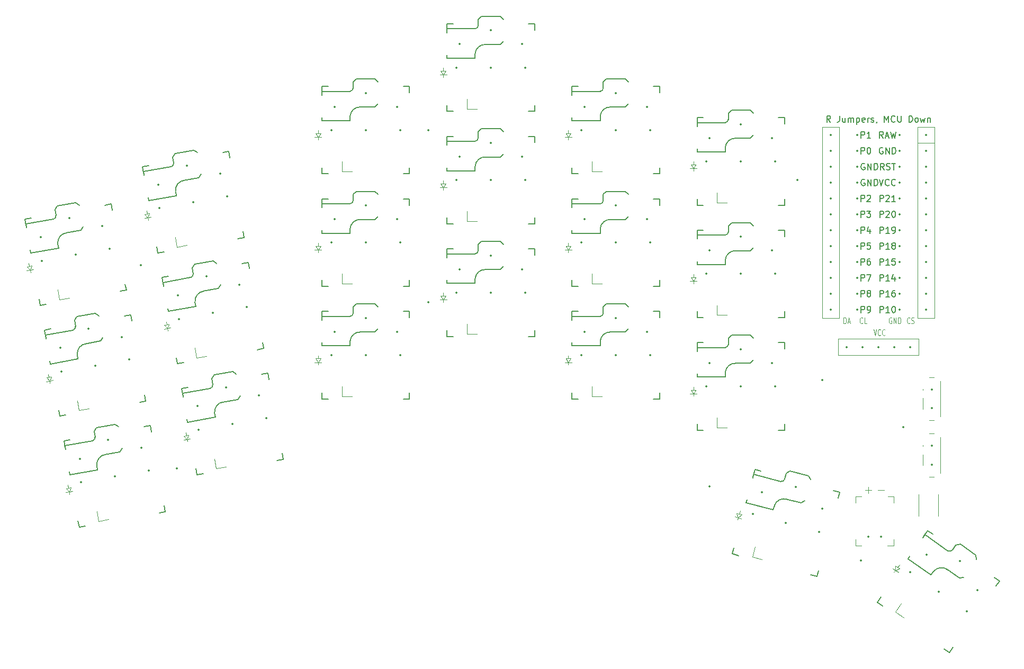
<source format=gto>
%TF.GenerationSoftware,KiCad,Pcbnew,8.0.5*%
%TF.CreationDate,2024-10-12T16:26:51+02:00*%
%TF.ProjectId,BlockyTypeV0.2.3,426c6f63-6b79-4547-9970-6556302e322e,v1.0.0*%
%TF.SameCoordinates,Original*%
%TF.FileFunction,Legend,Top*%
%TF.FilePolarity,Positive*%
%FSLAX46Y46*%
G04 Gerber Fmt 4.6, Leading zero omitted, Abs format (unit mm)*
G04 Created by KiCad (PCBNEW 8.0.5) date 2024-10-12 16:26:51*
%MOMM*%
%LPD*%
G01*
G04 APERTURE LIST*
%ADD10C,0.100000*%
%ADD11C,0.150000*%
%ADD12C,0.120000*%
%ADD13C,0.350000*%
G04 APERTURE END LIST*
D10*
X110604546Y35418899D02*
X110604546Y36418899D01*
X110604546Y36418899D02*
X110771213Y36418899D01*
X110771213Y36418899D02*
X110871213Y36371280D01*
X110871213Y36371280D02*
X110937880Y36276042D01*
X110937880Y36276042D02*
X110971213Y36180804D01*
X110971213Y36180804D02*
X111004546Y35990328D01*
X111004546Y35990328D02*
X111004546Y35847471D01*
X111004546Y35847471D02*
X110971213Y35656995D01*
X110971213Y35656995D02*
X110937880Y35561757D01*
X110937880Y35561757D02*
X110871213Y35466519D01*
X110871213Y35466519D02*
X110771213Y35418899D01*
X110771213Y35418899D02*
X110604546Y35418899D01*
X111271213Y35704614D02*
X111604546Y35704614D01*
X111204546Y35418899D02*
X111437880Y36418899D01*
X111437880Y36418899D02*
X111671213Y35418899D01*
X115384546Y34518898D02*
X115617880Y33518898D01*
X115617880Y33518898D02*
X115851213Y34518898D01*
X116484546Y33614137D02*
X116451213Y33566518D01*
X116451213Y33566518D02*
X116351213Y33518898D01*
X116351213Y33518898D02*
X116284546Y33518898D01*
X116284546Y33518898D02*
X116184546Y33566518D01*
X116184546Y33566518D02*
X116117880Y33661756D01*
X116117880Y33661756D02*
X116084546Y33756994D01*
X116084546Y33756994D02*
X116051213Y33947470D01*
X116051213Y33947470D02*
X116051213Y34090327D01*
X116051213Y34090327D02*
X116084546Y34280803D01*
X116084546Y34280803D02*
X116117880Y34376041D01*
X116117880Y34376041D02*
X116184546Y34471279D01*
X116184546Y34471279D02*
X116284546Y34518898D01*
X116284546Y34518898D02*
X116351213Y34518898D01*
X116351213Y34518898D02*
X116451213Y34471279D01*
X116451213Y34471279D02*
X116484546Y34423660D01*
X117184546Y33614137D02*
X117151213Y33566518D01*
X117151213Y33566518D02*
X117051213Y33518898D01*
X117051213Y33518898D02*
X116984546Y33518898D01*
X116984546Y33518898D02*
X116884546Y33566518D01*
X116884546Y33566518D02*
X116817880Y33661756D01*
X116817880Y33661756D02*
X116784546Y33756994D01*
X116784546Y33756994D02*
X116751213Y33947470D01*
X116751213Y33947470D02*
X116751213Y34090327D01*
X116751213Y34090327D02*
X116784546Y34280803D01*
X116784546Y34280803D02*
X116817880Y34376041D01*
X116817880Y34376041D02*
X116884546Y34471279D01*
X116884546Y34471279D02*
X116984546Y34518898D01*
X116984546Y34518898D02*
X117051213Y34518898D01*
X117051213Y34518898D02*
X117151213Y34471279D01*
X117151213Y34471279D02*
X117184546Y34423660D01*
X121171213Y35514137D02*
X121137880Y35466518D01*
X121137880Y35466518D02*
X121037880Y35418898D01*
X121037880Y35418898D02*
X120971213Y35418898D01*
X120971213Y35418898D02*
X120871213Y35466518D01*
X120871213Y35466518D02*
X120804547Y35561756D01*
X120804547Y35561756D02*
X120771213Y35656994D01*
X120771213Y35656994D02*
X120737880Y35847470D01*
X120737880Y35847470D02*
X120737880Y35990327D01*
X120737880Y35990327D02*
X120771213Y36180803D01*
X120771213Y36180803D02*
X120804547Y36276041D01*
X120804547Y36276041D02*
X120871213Y36371279D01*
X120871213Y36371279D02*
X120971213Y36418898D01*
X120971213Y36418898D02*
X121037880Y36418898D01*
X121037880Y36418898D02*
X121137880Y36371279D01*
X121137880Y36371279D02*
X121171213Y36323660D01*
X121437880Y35466518D02*
X121537880Y35418898D01*
X121537880Y35418898D02*
X121704547Y35418898D01*
X121704547Y35418898D02*
X121771213Y35466518D01*
X121771213Y35466518D02*
X121804547Y35514137D01*
X121804547Y35514137D02*
X121837880Y35609375D01*
X121837880Y35609375D02*
X121837880Y35704613D01*
X121837880Y35704613D02*
X121804547Y35799851D01*
X121804547Y35799851D02*
X121771213Y35847470D01*
X121771213Y35847470D02*
X121704547Y35895089D01*
X121704547Y35895089D02*
X121571213Y35942708D01*
X121571213Y35942708D02*
X121504547Y35990327D01*
X121504547Y35990327D02*
X121471213Y36037946D01*
X121471213Y36037946D02*
X121437880Y36133184D01*
X121437880Y36133184D02*
X121437880Y36228422D01*
X121437880Y36228422D02*
X121471213Y36323660D01*
X121471213Y36323660D02*
X121504547Y36371279D01*
X121504547Y36371279D02*
X121571213Y36418898D01*
X121571213Y36418898D02*
X121737880Y36418898D01*
X121737880Y36418898D02*
X121837880Y36371279D01*
X113621213Y35514137D02*
X113587880Y35466518D01*
X113587880Y35466518D02*
X113487880Y35418898D01*
X113487880Y35418898D02*
X113421213Y35418898D01*
X113421213Y35418898D02*
X113321213Y35466518D01*
X113321213Y35466518D02*
X113254547Y35561756D01*
X113254547Y35561756D02*
X113221213Y35656994D01*
X113221213Y35656994D02*
X113187880Y35847470D01*
X113187880Y35847470D02*
X113187880Y35990327D01*
X113187880Y35990327D02*
X113221213Y36180803D01*
X113221213Y36180803D02*
X113254547Y36276041D01*
X113254547Y36276041D02*
X113321213Y36371279D01*
X113321213Y36371279D02*
X113421213Y36418898D01*
X113421213Y36418898D02*
X113487880Y36418898D01*
X113487880Y36418898D02*
X113587880Y36371279D01*
X113587880Y36371279D02*
X113621213Y36323660D01*
X114254547Y35418898D02*
X113921213Y35418898D01*
X113921213Y35418898D02*
X113921213Y36418898D01*
X118254547Y36371279D02*
X118187880Y36418898D01*
X118187880Y36418898D02*
X118087880Y36418898D01*
X118087880Y36418898D02*
X117987880Y36371279D01*
X117987880Y36371279D02*
X117921214Y36276041D01*
X117921214Y36276041D02*
X117887880Y36180803D01*
X117887880Y36180803D02*
X117854547Y35990327D01*
X117854547Y35990327D02*
X117854547Y35847470D01*
X117854547Y35847470D02*
X117887880Y35656994D01*
X117887880Y35656994D02*
X117921214Y35561756D01*
X117921214Y35561756D02*
X117987880Y35466518D01*
X117987880Y35466518D02*
X118087880Y35418898D01*
X118087880Y35418898D02*
X118154547Y35418898D01*
X118154547Y35418898D02*
X118254547Y35466518D01*
X118254547Y35466518D02*
X118287880Y35514137D01*
X118287880Y35514137D02*
X118287880Y35847470D01*
X118287880Y35847470D02*
X118154547Y35847470D01*
X118587880Y35418898D02*
X118587880Y36418898D01*
X118587880Y36418898D02*
X118987880Y35418898D01*
X118987880Y35418898D02*
X118987880Y36418898D01*
X119321213Y35418898D02*
X119321213Y36418898D01*
X119321213Y36418898D02*
X119487880Y36418898D01*
X119487880Y36418898D02*
X119587880Y36371279D01*
X119587880Y36371279D02*
X119654547Y36276041D01*
X119654547Y36276041D02*
X119687880Y36180803D01*
X119687880Y36180803D02*
X119721213Y35990327D01*
X119721213Y35990327D02*
X119721213Y35847470D01*
X119721213Y35847470D02*
X119687880Y35656994D01*
X119687880Y35656994D02*
X119654547Y35561756D01*
X119654547Y35561756D02*
X119587880Y35466518D01*
X119587880Y35466518D02*
X119487880Y35418898D01*
X119487880Y35418898D02*
X119321213Y35418898D01*
D11*
X113389786Y47341508D02*
X113389786Y48341508D01*
X113389786Y48341508D02*
X113770738Y48341508D01*
X113770738Y48341508D02*
X113865976Y48293889D01*
X113865976Y48293889D02*
X113913595Y48246270D01*
X113913595Y48246270D02*
X113961214Y48151032D01*
X113961214Y48151032D02*
X113961214Y48008175D01*
X113961214Y48008175D02*
X113913595Y47912937D01*
X113913595Y47912937D02*
X113865976Y47865318D01*
X113865976Y47865318D02*
X113770738Y47817699D01*
X113770738Y47817699D02*
X113389786Y47817699D01*
X114865976Y48341508D02*
X114389786Y48341508D01*
X114389786Y48341508D02*
X114342167Y47865318D01*
X114342167Y47865318D02*
X114389786Y47912937D01*
X114389786Y47912937D02*
X114485024Y47960556D01*
X114485024Y47960556D02*
X114723119Y47960556D01*
X114723119Y47960556D02*
X114818357Y47912937D01*
X114818357Y47912937D02*
X114865976Y47865318D01*
X114865976Y47865318D02*
X114913595Y47770080D01*
X114913595Y47770080D02*
X114913595Y47531985D01*
X114913595Y47531985D02*
X114865976Y47436747D01*
X114865976Y47436747D02*
X114818357Y47389128D01*
X114818357Y47389128D02*
X114723119Y47341508D01*
X114723119Y47341508D02*
X114485024Y47341508D01*
X114485024Y47341508D02*
X114389786Y47389128D01*
X114389786Y47389128D02*
X114342167Y47436747D01*
X113389786Y49881508D02*
X113389786Y50881508D01*
X113389786Y50881508D02*
X113770738Y50881508D01*
X113770738Y50881508D02*
X113865976Y50833889D01*
X113865976Y50833889D02*
X113913595Y50786270D01*
X113913595Y50786270D02*
X113961214Y50691032D01*
X113961214Y50691032D02*
X113961214Y50548175D01*
X113961214Y50548175D02*
X113913595Y50452937D01*
X113913595Y50452937D02*
X113865976Y50405318D01*
X113865976Y50405318D02*
X113770738Y50357699D01*
X113770738Y50357699D02*
X113389786Y50357699D01*
X114818357Y50548175D02*
X114818357Y49881508D01*
X114580262Y50929128D02*
X114342167Y50214842D01*
X114342167Y50214842D02*
X114961214Y50214842D01*
X116927404Y65121508D02*
X116594071Y65597699D01*
X116355976Y65121508D02*
X116355976Y66121508D01*
X116355976Y66121508D02*
X116736928Y66121508D01*
X116736928Y66121508D02*
X116832166Y66073889D01*
X116832166Y66073889D02*
X116879785Y66026270D01*
X116879785Y66026270D02*
X116927404Y65931032D01*
X116927404Y65931032D02*
X116927404Y65788175D01*
X116927404Y65788175D02*
X116879785Y65692937D01*
X116879785Y65692937D02*
X116832166Y65645318D01*
X116832166Y65645318D02*
X116736928Y65597699D01*
X116736928Y65597699D02*
X116355976Y65597699D01*
X117308357Y65407223D02*
X117784547Y65407223D01*
X117213119Y65121508D02*
X117546452Y66121508D01*
X117546452Y66121508D02*
X117879785Y65121508D01*
X118117881Y66121508D02*
X118355976Y65121508D01*
X118355976Y65121508D02*
X118546452Y65835794D01*
X118546452Y65835794D02*
X118736928Y65121508D01*
X118736928Y65121508D02*
X118975024Y66121508D01*
X116403595Y42261508D02*
X116403595Y43261508D01*
X116403595Y43261508D02*
X116784547Y43261508D01*
X116784547Y43261508D02*
X116879785Y43213889D01*
X116879785Y43213889D02*
X116927404Y43166270D01*
X116927404Y43166270D02*
X116975023Y43071032D01*
X116975023Y43071032D02*
X116975023Y42928175D01*
X116975023Y42928175D02*
X116927404Y42832937D01*
X116927404Y42832937D02*
X116879785Y42785318D01*
X116879785Y42785318D02*
X116784547Y42737699D01*
X116784547Y42737699D02*
X116403595Y42737699D01*
X117927404Y42261508D02*
X117355976Y42261508D01*
X117641690Y42261508D02*
X117641690Y43261508D01*
X117641690Y43261508D02*
X117546452Y43118651D01*
X117546452Y43118651D02*
X117451214Y43023413D01*
X117451214Y43023413D02*
X117355976Y42975794D01*
X118784547Y42928175D02*
X118784547Y42261508D01*
X118546452Y43309128D02*
X118308357Y42594842D01*
X118308357Y42594842D02*
X118927404Y42594842D01*
X116403595Y44801508D02*
X116403595Y45801508D01*
X116403595Y45801508D02*
X116784547Y45801508D01*
X116784547Y45801508D02*
X116879785Y45753889D01*
X116879785Y45753889D02*
X116927404Y45706270D01*
X116927404Y45706270D02*
X116975023Y45611032D01*
X116975023Y45611032D02*
X116975023Y45468175D01*
X116975023Y45468175D02*
X116927404Y45372937D01*
X116927404Y45372937D02*
X116879785Y45325318D01*
X116879785Y45325318D02*
X116784547Y45277699D01*
X116784547Y45277699D02*
X116403595Y45277699D01*
X117927404Y44801508D02*
X117355976Y44801508D01*
X117641690Y44801508D02*
X117641690Y45801508D01*
X117641690Y45801508D02*
X117546452Y45658651D01*
X117546452Y45658651D02*
X117451214Y45563413D01*
X117451214Y45563413D02*
X117355976Y45515794D01*
X118832166Y45801508D02*
X118355976Y45801508D01*
X118355976Y45801508D02*
X118308357Y45325318D01*
X118308357Y45325318D02*
X118355976Y45372937D01*
X118355976Y45372937D02*
X118451214Y45420556D01*
X118451214Y45420556D02*
X118689309Y45420556D01*
X118689309Y45420556D02*
X118784547Y45372937D01*
X118784547Y45372937D02*
X118832166Y45325318D01*
X118832166Y45325318D02*
X118879785Y45230080D01*
X118879785Y45230080D02*
X118879785Y44991985D01*
X118879785Y44991985D02*
X118832166Y44896747D01*
X118832166Y44896747D02*
X118784547Y44849128D01*
X118784547Y44849128D02*
X118689309Y44801508D01*
X118689309Y44801508D02*
X118451214Y44801508D01*
X118451214Y44801508D02*
X118355976Y44849128D01*
X118355976Y44849128D02*
X118308357Y44896747D01*
X113389784Y62581508D02*
X113389784Y63581508D01*
X113389784Y63581508D02*
X113770736Y63581508D01*
X113770736Y63581508D02*
X113865974Y63533889D01*
X113865974Y63533889D02*
X113913593Y63486270D01*
X113913593Y63486270D02*
X113961212Y63391032D01*
X113961212Y63391032D02*
X113961212Y63248175D01*
X113961212Y63248175D02*
X113913593Y63152937D01*
X113913593Y63152937D02*
X113865974Y63105318D01*
X113865974Y63105318D02*
X113770736Y63057699D01*
X113770736Y63057699D02*
X113389784Y63057699D01*
X114580260Y63581508D02*
X114675498Y63581508D01*
X114675498Y63581508D02*
X114770736Y63533889D01*
X114770736Y63533889D02*
X114818355Y63486270D01*
X114818355Y63486270D02*
X114865974Y63391032D01*
X114865974Y63391032D02*
X114913593Y63200556D01*
X114913593Y63200556D02*
X114913593Y62962461D01*
X114913593Y62962461D02*
X114865974Y62771985D01*
X114865974Y62771985D02*
X114818355Y62676747D01*
X114818355Y62676747D02*
X114770736Y62629128D01*
X114770736Y62629128D02*
X114675498Y62581508D01*
X114675498Y62581508D02*
X114580260Y62581508D01*
X114580260Y62581508D02*
X114485022Y62629128D01*
X114485022Y62629128D02*
X114437403Y62676747D01*
X114437403Y62676747D02*
X114389784Y62771985D01*
X114389784Y62771985D02*
X114342165Y62962461D01*
X114342165Y62962461D02*
X114342165Y63200556D01*
X114342165Y63200556D02*
X114389784Y63391032D01*
X114389784Y63391032D02*
X114437403Y63486270D01*
X114437403Y63486270D02*
X114485022Y63533889D01*
X114485022Y63533889D02*
X114580260Y63581508D01*
X113389786Y37181508D02*
X113389786Y38181508D01*
X113389786Y38181508D02*
X113770738Y38181508D01*
X113770738Y38181508D02*
X113865976Y38133889D01*
X113865976Y38133889D02*
X113913595Y38086270D01*
X113913595Y38086270D02*
X113961214Y37991032D01*
X113961214Y37991032D02*
X113961214Y37848175D01*
X113961214Y37848175D02*
X113913595Y37752937D01*
X113913595Y37752937D02*
X113865976Y37705318D01*
X113865976Y37705318D02*
X113770738Y37657699D01*
X113770738Y37657699D02*
X113389786Y37657699D01*
X114437405Y37181508D02*
X114627881Y37181508D01*
X114627881Y37181508D02*
X114723119Y37229128D01*
X114723119Y37229128D02*
X114770738Y37276747D01*
X114770738Y37276747D02*
X114865976Y37419604D01*
X114865976Y37419604D02*
X114913595Y37610080D01*
X114913595Y37610080D02*
X114913595Y37991032D01*
X114913595Y37991032D02*
X114865976Y38086270D01*
X114865976Y38086270D02*
X114818357Y38133889D01*
X114818357Y38133889D02*
X114723119Y38181508D01*
X114723119Y38181508D02*
X114532643Y38181508D01*
X114532643Y38181508D02*
X114437405Y38133889D01*
X114437405Y38133889D02*
X114389786Y38086270D01*
X114389786Y38086270D02*
X114342167Y37991032D01*
X114342167Y37991032D02*
X114342167Y37752937D01*
X114342167Y37752937D02*
X114389786Y37657699D01*
X114389786Y37657699D02*
X114437405Y37610080D01*
X114437405Y37610080D02*
X114532643Y37562461D01*
X114532643Y37562461D02*
X114723119Y37562461D01*
X114723119Y37562461D02*
X114818357Y37610080D01*
X114818357Y37610080D02*
X114865976Y37657699D01*
X114865976Y37657699D02*
X114913595Y37752937D01*
X116403597Y37181507D02*
X116403597Y38181507D01*
X116403597Y38181507D02*
X116784549Y38181507D01*
X116784549Y38181507D02*
X116879787Y38133888D01*
X116879787Y38133888D02*
X116927406Y38086269D01*
X116927406Y38086269D02*
X116975025Y37991031D01*
X116975025Y37991031D02*
X116975025Y37848174D01*
X116975025Y37848174D02*
X116927406Y37752936D01*
X116927406Y37752936D02*
X116879787Y37705317D01*
X116879787Y37705317D02*
X116784549Y37657698D01*
X116784549Y37657698D02*
X116403597Y37657698D01*
X117927406Y37181507D02*
X117355978Y37181507D01*
X117641692Y37181507D02*
X117641692Y38181507D01*
X117641692Y38181507D02*
X117546454Y38038650D01*
X117546454Y38038650D02*
X117451216Y37943412D01*
X117451216Y37943412D02*
X117355978Y37895793D01*
X118546454Y38181507D02*
X118641692Y38181507D01*
X118641692Y38181507D02*
X118736930Y38133888D01*
X118736930Y38133888D02*
X118784549Y38086269D01*
X118784549Y38086269D02*
X118832168Y37991031D01*
X118832168Y37991031D02*
X118879787Y37800555D01*
X118879787Y37800555D02*
X118879787Y37562460D01*
X118879787Y37562460D02*
X118832168Y37371984D01*
X118832168Y37371984D02*
X118784549Y37276746D01*
X118784549Y37276746D02*
X118736930Y37229127D01*
X118736930Y37229127D02*
X118641692Y37181507D01*
X118641692Y37181507D02*
X118546454Y37181507D01*
X118546454Y37181507D02*
X118451216Y37229127D01*
X118451216Y37229127D02*
X118403597Y37276746D01*
X118403597Y37276746D02*
X118355978Y37371984D01*
X118355978Y37371984D02*
X118308359Y37562460D01*
X118308359Y37562460D02*
X118308359Y37800555D01*
X118308359Y37800555D02*
X118355978Y37991031D01*
X118355978Y37991031D02*
X118403597Y38086269D01*
X118403597Y38086269D02*
X118451216Y38133888D01*
X118451216Y38133888D02*
X118546454Y38181507D01*
X116403595Y49881508D02*
X116403595Y50881508D01*
X116403595Y50881508D02*
X116784547Y50881508D01*
X116784547Y50881508D02*
X116879785Y50833889D01*
X116879785Y50833889D02*
X116927404Y50786270D01*
X116927404Y50786270D02*
X116975023Y50691032D01*
X116975023Y50691032D02*
X116975023Y50548175D01*
X116975023Y50548175D02*
X116927404Y50452937D01*
X116927404Y50452937D02*
X116879785Y50405318D01*
X116879785Y50405318D02*
X116784547Y50357699D01*
X116784547Y50357699D02*
X116403595Y50357699D01*
X117927404Y49881508D02*
X117355976Y49881508D01*
X117641690Y49881508D02*
X117641690Y50881508D01*
X117641690Y50881508D02*
X117546452Y50738651D01*
X117546452Y50738651D02*
X117451214Y50643413D01*
X117451214Y50643413D02*
X117355976Y50595794D01*
X118403595Y49881508D02*
X118594071Y49881508D01*
X118594071Y49881508D02*
X118689309Y49929128D01*
X118689309Y49929128D02*
X118736928Y49976747D01*
X118736928Y49976747D02*
X118832166Y50119604D01*
X118832166Y50119604D02*
X118879785Y50310080D01*
X118879785Y50310080D02*
X118879785Y50691032D01*
X118879785Y50691032D02*
X118832166Y50786270D01*
X118832166Y50786270D02*
X118784547Y50833889D01*
X118784547Y50833889D02*
X118689309Y50881508D01*
X118689309Y50881508D02*
X118498833Y50881508D01*
X118498833Y50881508D02*
X118403595Y50833889D01*
X118403595Y50833889D02*
X118355976Y50786270D01*
X118355976Y50786270D02*
X118308357Y50691032D01*
X118308357Y50691032D02*
X118308357Y50452937D01*
X118308357Y50452937D02*
X118355976Y50357699D01*
X118355976Y50357699D02*
X118403595Y50310080D01*
X118403595Y50310080D02*
X118498833Y50262461D01*
X118498833Y50262461D02*
X118689309Y50262461D01*
X118689309Y50262461D02*
X118784547Y50310080D01*
X118784547Y50310080D02*
X118832166Y50357699D01*
X118832166Y50357699D02*
X118879785Y50452937D01*
X113389786Y44801508D02*
X113389786Y45801508D01*
X113389786Y45801508D02*
X113770738Y45801508D01*
X113770738Y45801508D02*
X113865976Y45753889D01*
X113865976Y45753889D02*
X113913595Y45706270D01*
X113913595Y45706270D02*
X113961214Y45611032D01*
X113961214Y45611032D02*
X113961214Y45468175D01*
X113961214Y45468175D02*
X113913595Y45372937D01*
X113913595Y45372937D02*
X113865976Y45325318D01*
X113865976Y45325318D02*
X113770738Y45277699D01*
X113770738Y45277699D02*
X113389786Y45277699D01*
X114818357Y45801508D02*
X114627881Y45801508D01*
X114627881Y45801508D02*
X114532643Y45753889D01*
X114532643Y45753889D02*
X114485024Y45706270D01*
X114485024Y45706270D02*
X114389786Y45563413D01*
X114389786Y45563413D02*
X114342167Y45372937D01*
X114342167Y45372937D02*
X114342167Y44991985D01*
X114342167Y44991985D02*
X114389786Y44896747D01*
X114389786Y44896747D02*
X114437405Y44849128D01*
X114437405Y44849128D02*
X114532643Y44801508D01*
X114532643Y44801508D02*
X114723119Y44801508D01*
X114723119Y44801508D02*
X114818357Y44849128D01*
X114818357Y44849128D02*
X114865976Y44896747D01*
X114865976Y44896747D02*
X114913595Y44991985D01*
X114913595Y44991985D02*
X114913595Y45230080D01*
X114913595Y45230080D02*
X114865976Y45325318D01*
X114865976Y45325318D02*
X114818357Y45372937D01*
X114818357Y45372937D02*
X114723119Y45420556D01*
X114723119Y45420556D02*
X114532643Y45420556D01*
X114532643Y45420556D02*
X114437405Y45372937D01*
X114437405Y45372937D02*
X114389786Y45325318D01*
X114389786Y45325318D02*
X114342167Y45230080D01*
X116855976Y63533889D02*
X116760738Y63581508D01*
X116760738Y63581508D02*
X116617881Y63581508D01*
X116617881Y63581508D02*
X116475024Y63533889D01*
X116475024Y63533889D02*
X116379786Y63438651D01*
X116379786Y63438651D02*
X116332167Y63343413D01*
X116332167Y63343413D02*
X116284548Y63152937D01*
X116284548Y63152937D02*
X116284548Y63010080D01*
X116284548Y63010080D02*
X116332167Y62819604D01*
X116332167Y62819604D02*
X116379786Y62724366D01*
X116379786Y62724366D02*
X116475024Y62629128D01*
X116475024Y62629128D02*
X116617881Y62581508D01*
X116617881Y62581508D02*
X116713119Y62581508D01*
X116713119Y62581508D02*
X116855976Y62629128D01*
X116855976Y62629128D02*
X116903595Y62676747D01*
X116903595Y62676747D02*
X116903595Y63010080D01*
X116903595Y63010080D02*
X116713119Y63010080D01*
X117332167Y62581508D02*
X117332167Y63581508D01*
X117332167Y63581508D02*
X117903595Y62581508D01*
X117903595Y62581508D02*
X117903595Y63581508D01*
X118379786Y62581508D02*
X118379786Y63581508D01*
X118379786Y63581508D02*
X118617881Y63581508D01*
X118617881Y63581508D02*
X118760738Y63533889D01*
X118760738Y63533889D02*
X118855976Y63438651D01*
X118855976Y63438651D02*
X118903595Y63343413D01*
X118903595Y63343413D02*
X118951214Y63152937D01*
X118951214Y63152937D02*
X118951214Y63010080D01*
X118951214Y63010080D02*
X118903595Y62819604D01*
X118903595Y62819604D02*
X118855976Y62724366D01*
X118855976Y62724366D02*
X118760738Y62629128D01*
X118760738Y62629128D02*
X118617881Y62581508D01*
X118617881Y62581508D02*
X118379786Y62581508D01*
X113955976Y60993889D02*
X113860738Y61041508D01*
X113860738Y61041508D02*
X113717881Y61041508D01*
X113717881Y61041508D02*
X113575024Y60993889D01*
X113575024Y60993889D02*
X113479786Y60898651D01*
X113479786Y60898651D02*
X113432167Y60803413D01*
X113432167Y60803413D02*
X113384548Y60612937D01*
X113384548Y60612937D02*
X113384548Y60470080D01*
X113384548Y60470080D02*
X113432167Y60279604D01*
X113432167Y60279604D02*
X113479786Y60184366D01*
X113479786Y60184366D02*
X113575024Y60089128D01*
X113575024Y60089128D02*
X113717881Y60041508D01*
X113717881Y60041508D02*
X113813119Y60041508D01*
X113813119Y60041508D02*
X113955976Y60089128D01*
X113955976Y60089128D02*
X114003595Y60136747D01*
X114003595Y60136747D02*
X114003595Y60470080D01*
X114003595Y60470080D02*
X113813119Y60470080D01*
X114432167Y60041508D02*
X114432167Y61041508D01*
X114432167Y61041508D02*
X115003595Y60041508D01*
X115003595Y60041508D02*
X115003595Y61041508D01*
X115479786Y60041508D02*
X115479786Y61041508D01*
X115479786Y61041508D02*
X115717881Y61041508D01*
X115717881Y61041508D02*
X115860738Y60993889D01*
X115860738Y60993889D02*
X115955976Y60898651D01*
X115955976Y60898651D02*
X116003595Y60803413D01*
X116003595Y60803413D02*
X116051214Y60612937D01*
X116051214Y60612937D02*
X116051214Y60470080D01*
X116051214Y60470080D02*
X116003595Y60279604D01*
X116003595Y60279604D02*
X115955976Y60184366D01*
X115955976Y60184366D02*
X115860738Y60089128D01*
X115860738Y60089128D02*
X115717881Y60041508D01*
X115717881Y60041508D02*
X115479786Y60041508D01*
X113389785Y42261507D02*
X113389785Y43261507D01*
X113389785Y43261507D02*
X113770737Y43261507D01*
X113770737Y43261507D02*
X113865975Y43213888D01*
X113865975Y43213888D02*
X113913594Y43166269D01*
X113913594Y43166269D02*
X113961213Y43071031D01*
X113961213Y43071031D02*
X113961213Y42928174D01*
X113961213Y42928174D02*
X113913594Y42832936D01*
X113913594Y42832936D02*
X113865975Y42785317D01*
X113865975Y42785317D02*
X113770737Y42737698D01*
X113770737Y42737698D02*
X113389785Y42737698D01*
X114294547Y43261507D02*
X114961213Y43261507D01*
X114961213Y43261507D02*
X114532642Y42261507D01*
X116403595Y47341508D02*
X116403595Y48341508D01*
X116403595Y48341508D02*
X116784547Y48341508D01*
X116784547Y48341508D02*
X116879785Y48293889D01*
X116879785Y48293889D02*
X116927404Y48246270D01*
X116927404Y48246270D02*
X116975023Y48151032D01*
X116975023Y48151032D02*
X116975023Y48008175D01*
X116975023Y48008175D02*
X116927404Y47912937D01*
X116927404Y47912937D02*
X116879785Y47865318D01*
X116879785Y47865318D02*
X116784547Y47817699D01*
X116784547Y47817699D02*
X116403595Y47817699D01*
X117927404Y47341508D02*
X117355976Y47341508D01*
X117641690Y47341508D02*
X117641690Y48341508D01*
X117641690Y48341508D02*
X117546452Y48198651D01*
X117546452Y48198651D02*
X117451214Y48103413D01*
X117451214Y48103413D02*
X117355976Y48055794D01*
X118498833Y47912937D02*
X118403595Y47960556D01*
X118403595Y47960556D02*
X118355976Y48008175D01*
X118355976Y48008175D02*
X118308357Y48103413D01*
X118308357Y48103413D02*
X118308357Y48151032D01*
X118308357Y48151032D02*
X118355976Y48246270D01*
X118355976Y48246270D02*
X118403595Y48293889D01*
X118403595Y48293889D02*
X118498833Y48341508D01*
X118498833Y48341508D02*
X118689309Y48341508D01*
X118689309Y48341508D02*
X118784547Y48293889D01*
X118784547Y48293889D02*
X118832166Y48246270D01*
X118832166Y48246270D02*
X118879785Y48151032D01*
X118879785Y48151032D02*
X118879785Y48103413D01*
X118879785Y48103413D02*
X118832166Y48008175D01*
X118832166Y48008175D02*
X118784547Y47960556D01*
X118784547Y47960556D02*
X118689309Y47912937D01*
X118689309Y47912937D02*
X118498833Y47912937D01*
X118498833Y47912937D02*
X118403595Y47865318D01*
X118403595Y47865318D02*
X118355976Y47817699D01*
X118355976Y47817699D02*
X118308357Y47722461D01*
X118308357Y47722461D02*
X118308357Y47531985D01*
X118308357Y47531985D02*
X118355976Y47436747D01*
X118355976Y47436747D02*
X118403595Y47389128D01*
X118403595Y47389128D02*
X118498833Y47341508D01*
X118498833Y47341508D02*
X118689309Y47341508D01*
X118689309Y47341508D02*
X118784547Y47389128D01*
X118784547Y47389128D02*
X118832166Y47436747D01*
X118832166Y47436747D02*
X118879785Y47531985D01*
X118879785Y47531985D02*
X118879785Y47722461D01*
X118879785Y47722461D02*
X118832166Y47817699D01*
X118832166Y47817699D02*
X118784547Y47865318D01*
X118784547Y47865318D02*
X118689309Y47912937D01*
X117070261Y60041508D02*
X116736928Y60517699D01*
X116498833Y60041508D02*
X116498833Y61041508D01*
X116498833Y61041508D02*
X116879785Y61041508D01*
X116879785Y61041508D02*
X116975023Y60993889D01*
X116975023Y60993889D02*
X117022642Y60946270D01*
X117022642Y60946270D02*
X117070261Y60851032D01*
X117070261Y60851032D02*
X117070261Y60708175D01*
X117070261Y60708175D02*
X117022642Y60612937D01*
X117022642Y60612937D02*
X116975023Y60565318D01*
X116975023Y60565318D02*
X116879785Y60517699D01*
X116879785Y60517699D02*
X116498833Y60517699D01*
X117451214Y60089128D02*
X117594071Y60041508D01*
X117594071Y60041508D02*
X117832166Y60041508D01*
X117832166Y60041508D02*
X117927404Y60089128D01*
X117927404Y60089128D02*
X117975023Y60136747D01*
X117975023Y60136747D02*
X118022642Y60231985D01*
X118022642Y60231985D02*
X118022642Y60327223D01*
X118022642Y60327223D02*
X117975023Y60422461D01*
X117975023Y60422461D02*
X117927404Y60470080D01*
X117927404Y60470080D02*
X117832166Y60517699D01*
X117832166Y60517699D02*
X117641690Y60565318D01*
X117641690Y60565318D02*
X117546452Y60612937D01*
X117546452Y60612937D02*
X117498833Y60660556D01*
X117498833Y60660556D02*
X117451214Y60755794D01*
X117451214Y60755794D02*
X117451214Y60851032D01*
X117451214Y60851032D02*
X117498833Y60946270D01*
X117498833Y60946270D02*
X117546452Y60993889D01*
X117546452Y60993889D02*
X117641690Y61041508D01*
X117641690Y61041508D02*
X117879785Y61041508D01*
X117879785Y61041508D02*
X118022642Y60993889D01*
X118308357Y61041508D02*
X118879785Y61041508D01*
X118594071Y60041508D02*
X118594071Y61041508D01*
X113389786Y65121508D02*
X113389786Y66121508D01*
X113389786Y66121508D02*
X113770738Y66121508D01*
X113770738Y66121508D02*
X113865976Y66073889D01*
X113865976Y66073889D02*
X113913595Y66026270D01*
X113913595Y66026270D02*
X113961214Y65931032D01*
X113961214Y65931032D02*
X113961214Y65788175D01*
X113961214Y65788175D02*
X113913595Y65692937D01*
X113913595Y65692937D02*
X113865976Y65645318D01*
X113865976Y65645318D02*
X113770738Y65597699D01*
X113770738Y65597699D02*
X113389786Y65597699D01*
X114913595Y65121508D02*
X114342167Y65121508D01*
X114627881Y65121508D02*
X114627881Y66121508D01*
X114627881Y66121508D02*
X114532643Y65978651D01*
X114532643Y65978651D02*
X114437405Y65883413D01*
X114437405Y65883413D02*
X114342167Y65835794D01*
X108477404Y67666508D02*
X108144071Y68142699D01*
X107905976Y67666508D02*
X107905976Y68666508D01*
X107905976Y68666508D02*
X108286928Y68666508D01*
X108286928Y68666508D02*
X108382166Y68618889D01*
X108382166Y68618889D02*
X108429785Y68571270D01*
X108429785Y68571270D02*
X108477404Y68476032D01*
X108477404Y68476032D02*
X108477404Y68333175D01*
X108477404Y68333175D02*
X108429785Y68237937D01*
X108429785Y68237937D02*
X108382166Y68190318D01*
X108382166Y68190318D02*
X108286928Y68142699D01*
X108286928Y68142699D02*
X107905976Y68142699D01*
X109953595Y68666508D02*
X109953595Y67952223D01*
X109953595Y67952223D02*
X109905976Y67809366D01*
X109905976Y67809366D02*
X109810738Y67714128D01*
X109810738Y67714128D02*
X109667881Y67666508D01*
X109667881Y67666508D02*
X109572643Y67666508D01*
X110858357Y68333175D02*
X110858357Y67666508D01*
X110429786Y68333175D02*
X110429786Y67809366D01*
X110429786Y67809366D02*
X110477405Y67714128D01*
X110477405Y67714128D02*
X110572643Y67666508D01*
X110572643Y67666508D02*
X110715500Y67666508D01*
X110715500Y67666508D02*
X110810738Y67714128D01*
X110810738Y67714128D02*
X110858357Y67761747D01*
X111334548Y67666508D02*
X111334548Y68333175D01*
X111334548Y68237937D02*
X111382167Y68285556D01*
X111382167Y68285556D02*
X111477405Y68333175D01*
X111477405Y68333175D02*
X111620262Y68333175D01*
X111620262Y68333175D02*
X111715500Y68285556D01*
X111715500Y68285556D02*
X111763119Y68190318D01*
X111763119Y68190318D02*
X111763119Y67666508D01*
X111763119Y68190318D02*
X111810738Y68285556D01*
X111810738Y68285556D02*
X111905976Y68333175D01*
X111905976Y68333175D02*
X112048833Y68333175D01*
X112048833Y68333175D02*
X112144072Y68285556D01*
X112144072Y68285556D02*
X112191691Y68190318D01*
X112191691Y68190318D02*
X112191691Y67666508D01*
X112667881Y68333175D02*
X112667881Y67333175D01*
X112667881Y68285556D02*
X112763119Y68333175D01*
X112763119Y68333175D02*
X112953595Y68333175D01*
X112953595Y68333175D02*
X113048833Y68285556D01*
X113048833Y68285556D02*
X113096452Y68237937D01*
X113096452Y68237937D02*
X113144071Y68142699D01*
X113144071Y68142699D02*
X113144071Y67856985D01*
X113144071Y67856985D02*
X113096452Y67761747D01*
X113096452Y67761747D02*
X113048833Y67714128D01*
X113048833Y67714128D02*
X112953595Y67666508D01*
X112953595Y67666508D02*
X112763119Y67666508D01*
X112763119Y67666508D02*
X112667881Y67714128D01*
X113953595Y67714128D02*
X113858357Y67666508D01*
X113858357Y67666508D02*
X113667881Y67666508D01*
X113667881Y67666508D02*
X113572643Y67714128D01*
X113572643Y67714128D02*
X113525024Y67809366D01*
X113525024Y67809366D02*
X113525024Y68190318D01*
X113525024Y68190318D02*
X113572643Y68285556D01*
X113572643Y68285556D02*
X113667881Y68333175D01*
X113667881Y68333175D02*
X113858357Y68333175D01*
X113858357Y68333175D02*
X113953595Y68285556D01*
X113953595Y68285556D02*
X114001214Y68190318D01*
X114001214Y68190318D02*
X114001214Y68095080D01*
X114001214Y68095080D02*
X113525024Y67999842D01*
X114429786Y67666508D02*
X114429786Y68333175D01*
X114429786Y68142699D02*
X114477405Y68237937D01*
X114477405Y68237937D02*
X114525024Y68285556D01*
X114525024Y68285556D02*
X114620262Y68333175D01*
X114620262Y68333175D02*
X114715500Y68333175D01*
X115001215Y67714128D02*
X115096453Y67666508D01*
X115096453Y67666508D02*
X115286929Y67666508D01*
X115286929Y67666508D02*
X115382167Y67714128D01*
X115382167Y67714128D02*
X115429786Y67809366D01*
X115429786Y67809366D02*
X115429786Y67856985D01*
X115429786Y67856985D02*
X115382167Y67952223D01*
X115382167Y67952223D02*
X115286929Y67999842D01*
X115286929Y67999842D02*
X115144072Y67999842D01*
X115144072Y67999842D02*
X115048834Y68047461D01*
X115048834Y68047461D02*
X115001215Y68142699D01*
X115001215Y68142699D02*
X115001215Y68190318D01*
X115001215Y68190318D02*
X115048834Y68285556D01*
X115048834Y68285556D02*
X115144072Y68333175D01*
X115144072Y68333175D02*
X115286929Y68333175D01*
X115286929Y68333175D02*
X115382167Y68285556D01*
X115905977Y67714128D02*
X115905977Y67666508D01*
X115905977Y67666508D02*
X115858358Y67571270D01*
X115858358Y67571270D02*
X115810739Y67523651D01*
X117096453Y67666508D02*
X117096453Y68666508D01*
X117096453Y68666508D02*
X117429786Y67952223D01*
X117429786Y67952223D02*
X117763119Y68666508D01*
X117763119Y68666508D02*
X117763119Y67666508D01*
X118810738Y67761747D02*
X118763119Y67714128D01*
X118763119Y67714128D02*
X118620262Y67666508D01*
X118620262Y67666508D02*
X118525024Y67666508D01*
X118525024Y67666508D02*
X118382167Y67714128D01*
X118382167Y67714128D02*
X118286929Y67809366D01*
X118286929Y67809366D02*
X118239310Y67904604D01*
X118239310Y67904604D02*
X118191691Y68095080D01*
X118191691Y68095080D02*
X118191691Y68237937D01*
X118191691Y68237937D02*
X118239310Y68428413D01*
X118239310Y68428413D02*
X118286929Y68523651D01*
X118286929Y68523651D02*
X118382167Y68618889D01*
X118382167Y68618889D02*
X118525024Y68666508D01*
X118525024Y68666508D02*
X118620262Y68666508D01*
X118620262Y68666508D02*
X118763119Y68618889D01*
X118763119Y68618889D02*
X118810738Y68571270D01*
X119239310Y68666508D02*
X119239310Y67856985D01*
X119239310Y67856985D02*
X119286929Y67761747D01*
X119286929Y67761747D02*
X119334548Y67714128D01*
X119334548Y67714128D02*
X119429786Y67666508D01*
X119429786Y67666508D02*
X119620262Y67666508D01*
X119620262Y67666508D02*
X119715500Y67714128D01*
X119715500Y67714128D02*
X119763119Y67761747D01*
X119763119Y67761747D02*
X119810738Y67856985D01*
X119810738Y67856985D02*
X119810738Y68666508D01*
X121048834Y67666508D02*
X121048834Y68666508D01*
X121048834Y68666508D02*
X121286929Y68666508D01*
X121286929Y68666508D02*
X121429786Y68618889D01*
X121429786Y68618889D02*
X121525024Y68523651D01*
X121525024Y68523651D02*
X121572643Y68428413D01*
X121572643Y68428413D02*
X121620262Y68237937D01*
X121620262Y68237937D02*
X121620262Y68095080D01*
X121620262Y68095080D02*
X121572643Y67904604D01*
X121572643Y67904604D02*
X121525024Y67809366D01*
X121525024Y67809366D02*
X121429786Y67714128D01*
X121429786Y67714128D02*
X121286929Y67666508D01*
X121286929Y67666508D02*
X121048834Y67666508D01*
X122191691Y67666508D02*
X122096453Y67714128D01*
X122096453Y67714128D02*
X122048834Y67761747D01*
X122048834Y67761747D02*
X122001215Y67856985D01*
X122001215Y67856985D02*
X122001215Y68142699D01*
X122001215Y68142699D02*
X122048834Y68237937D01*
X122048834Y68237937D02*
X122096453Y68285556D01*
X122096453Y68285556D02*
X122191691Y68333175D01*
X122191691Y68333175D02*
X122334548Y68333175D01*
X122334548Y68333175D02*
X122429786Y68285556D01*
X122429786Y68285556D02*
X122477405Y68237937D01*
X122477405Y68237937D02*
X122525024Y68142699D01*
X122525024Y68142699D02*
X122525024Y67856985D01*
X122525024Y67856985D02*
X122477405Y67761747D01*
X122477405Y67761747D02*
X122429786Y67714128D01*
X122429786Y67714128D02*
X122334548Y67666508D01*
X122334548Y67666508D02*
X122191691Y67666508D01*
X122858358Y68333175D02*
X123048834Y67666508D01*
X123048834Y67666508D02*
X123239310Y68142699D01*
X123239310Y68142699D02*
X123429786Y67666508D01*
X123429786Y67666508D02*
X123620262Y68333175D01*
X124001215Y68333175D02*
X124001215Y67666508D01*
X124001215Y68237937D02*
X124048834Y68285556D01*
X124048834Y68285556D02*
X124144072Y68333175D01*
X124144072Y68333175D02*
X124286929Y68333175D01*
X124286929Y68333175D02*
X124382167Y68285556D01*
X124382167Y68285556D02*
X124429786Y68190318D01*
X124429786Y68190318D02*
X124429786Y67666508D01*
X113389786Y52421508D02*
X113389786Y53421508D01*
X113389786Y53421508D02*
X113770738Y53421508D01*
X113770738Y53421508D02*
X113865976Y53373889D01*
X113865976Y53373889D02*
X113913595Y53326270D01*
X113913595Y53326270D02*
X113961214Y53231032D01*
X113961214Y53231032D02*
X113961214Y53088175D01*
X113961214Y53088175D02*
X113913595Y52992937D01*
X113913595Y52992937D02*
X113865976Y52945318D01*
X113865976Y52945318D02*
X113770738Y52897699D01*
X113770738Y52897699D02*
X113389786Y52897699D01*
X114294548Y53421508D02*
X114913595Y53421508D01*
X114913595Y53421508D02*
X114580262Y53040556D01*
X114580262Y53040556D02*
X114723119Y53040556D01*
X114723119Y53040556D02*
X114818357Y52992937D01*
X114818357Y52992937D02*
X114865976Y52945318D01*
X114865976Y52945318D02*
X114913595Y52850080D01*
X114913595Y52850080D02*
X114913595Y52611985D01*
X114913595Y52611985D02*
X114865976Y52516747D01*
X114865976Y52516747D02*
X114818357Y52469128D01*
X114818357Y52469128D02*
X114723119Y52421508D01*
X114723119Y52421508D02*
X114437405Y52421508D01*
X114437405Y52421508D02*
X114342167Y52469128D01*
X114342167Y52469128D02*
X114294548Y52516747D01*
X116403595Y52421506D02*
X116403595Y53421506D01*
X116403595Y53421506D02*
X116784547Y53421506D01*
X116784547Y53421506D02*
X116879785Y53373887D01*
X116879785Y53373887D02*
X116927404Y53326268D01*
X116927404Y53326268D02*
X116975023Y53231030D01*
X116975023Y53231030D02*
X116975023Y53088173D01*
X116975023Y53088173D02*
X116927404Y52992935D01*
X116927404Y52992935D02*
X116879785Y52945316D01*
X116879785Y52945316D02*
X116784547Y52897697D01*
X116784547Y52897697D02*
X116403595Y52897697D01*
X117355976Y53326268D02*
X117403595Y53373887D01*
X117403595Y53373887D02*
X117498833Y53421506D01*
X117498833Y53421506D02*
X117736928Y53421506D01*
X117736928Y53421506D02*
X117832166Y53373887D01*
X117832166Y53373887D02*
X117879785Y53326268D01*
X117879785Y53326268D02*
X117927404Y53231030D01*
X117927404Y53231030D02*
X117927404Y53135792D01*
X117927404Y53135792D02*
X117879785Y52992935D01*
X117879785Y52992935D02*
X117308357Y52421506D01*
X117308357Y52421506D02*
X117927404Y52421506D01*
X118546452Y53421506D02*
X118641690Y53421506D01*
X118641690Y53421506D02*
X118736928Y53373887D01*
X118736928Y53373887D02*
X118784547Y53326268D01*
X118784547Y53326268D02*
X118832166Y53231030D01*
X118832166Y53231030D02*
X118879785Y53040554D01*
X118879785Y53040554D02*
X118879785Y52802459D01*
X118879785Y52802459D02*
X118832166Y52611983D01*
X118832166Y52611983D02*
X118784547Y52516745D01*
X118784547Y52516745D02*
X118736928Y52469126D01*
X118736928Y52469126D02*
X118641690Y52421506D01*
X118641690Y52421506D02*
X118546452Y52421506D01*
X118546452Y52421506D02*
X118451214Y52469126D01*
X118451214Y52469126D02*
X118403595Y52516745D01*
X118403595Y52516745D02*
X118355976Y52611983D01*
X118355976Y52611983D02*
X118308357Y52802459D01*
X118308357Y52802459D02*
X118308357Y53040554D01*
X118308357Y53040554D02*
X118355976Y53231030D01*
X118355976Y53231030D02*
X118403595Y53326268D01*
X118403595Y53326268D02*
X118451214Y53373887D01*
X118451214Y53373887D02*
X118546452Y53421506D01*
X116403598Y54961507D02*
X116403598Y55961507D01*
X116403598Y55961507D02*
X116784550Y55961507D01*
X116784550Y55961507D02*
X116879788Y55913888D01*
X116879788Y55913888D02*
X116927407Y55866269D01*
X116927407Y55866269D02*
X116975026Y55771031D01*
X116975026Y55771031D02*
X116975026Y55628174D01*
X116975026Y55628174D02*
X116927407Y55532936D01*
X116927407Y55532936D02*
X116879788Y55485317D01*
X116879788Y55485317D02*
X116784550Y55437698D01*
X116784550Y55437698D02*
X116403598Y55437698D01*
X117355979Y55866269D02*
X117403598Y55913888D01*
X117403598Y55913888D02*
X117498836Y55961507D01*
X117498836Y55961507D02*
X117736931Y55961507D01*
X117736931Y55961507D02*
X117832169Y55913888D01*
X117832169Y55913888D02*
X117879788Y55866269D01*
X117879788Y55866269D02*
X117927407Y55771031D01*
X117927407Y55771031D02*
X117927407Y55675793D01*
X117927407Y55675793D02*
X117879788Y55532936D01*
X117879788Y55532936D02*
X117308360Y54961507D01*
X117308360Y54961507D02*
X117927407Y54961507D01*
X118879788Y54961507D02*
X118308360Y54961507D01*
X118594074Y54961507D02*
X118594074Y55961507D01*
X118594074Y55961507D02*
X118498836Y55818650D01*
X118498836Y55818650D02*
X118403598Y55723412D01*
X118403598Y55723412D02*
X118308360Y55675793D01*
X116403596Y39721512D02*
X116403596Y40721512D01*
X116403596Y40721512D02*
X116784548Y40721512D01*
X116784548Y40721512D02*
X116879786Y40673893D01*
X116879786Y40673893D02*
X116927405Y40626274D01*
X116927405Y40626274D02*
X116975024Y40531036D01*
X116975024Y40531036D02*
X116975024Y40388179D01*
X116975024Y40388179D02*
X116927405Y40292941D01*
X116927405Y40292941D02*
X116879786Y40245322D01*
X116879786Y40245322D02*
X116784548Y40197703D01*
X116784548Y40197703D02*
X116403596Y40197703D01*
X117927405Y39721512D02*
X117355977Y39721512D01*
X117641691Y39721512D02*
X117641691Y40721512D01*
X117641691Y40721512D02*
X117546453Y40578655D01*
X117546453Y40578655D02*
X117451215Y40483417D01*
X117451215Y40483417D02*
X117355977Y40435798D01*
X118784548Y40721512D02*
X118594072Y40721512D01*
X118594072Y40721512D02*
X118498834Y40673893D01*
X118498834Y40673893D02*
X118451215Y40626274D01*
X118451215Y40626274D02*
X118355977Y40483417D01*
X118355977Y40483417D02*
X118308358Y40292941D01*
X118308358Y40292941D02*
X118308358Y39911989D01*
X118308358Y39911989D02*
X118355977Y39816751D01*
X118355977Y39816751D02*
X118403596Y39769132D01*
X118403596Y39769132D02*
X118498834Y39721512D01*
X118498834Y39721512D02*
X118689310Y39721512D01*
X118689310Y39721512D02*
X118784548Y39769132D01*
X118784548Y39769132D02*
X118832167Y39816751D01*
X118832167Y39816751D02*
X118879786Y39911989D01*
X118879786Y39911989D02*
X118879786Y40150084D01*
X118879786Y40150084D02*
X118832167Y40245322D01*
X118832167Y40245322D02*
X118784548Y40292941D01*
X118784548Y40292941D02*
X118689310Y40340560D01*
X118689310Y40340560D02*
X118498834Y40340560D01*
X118498834Y40340560D02*
X118403596Y40292941D01*
X118403596Y40292941D02*
X118355977Y40245322D01*
X118355977Y40245322D02*
X118308358Y40150084D01*
X113955976Y58453889D02*
X113860738Y58501508D01*
X113860738Y58501508D02*
X113717881Y58501508D01*
X113717881Y58501508D02*
X113575024Y58453889D01*
X113575024Y58453889D02*
X113479786Y58358651D01*
X113479786Y58358651D02*
X113432167Y58263413D01*
X113432167Y58263413D02*
X113384548Y58072937D01*
X113384548Y58072937D02*
X113384548Y57930080D01*
X113384548Y57930080D02*
X113432167Y57739604D01*
X113432167Y57739604D02*
X113479786Y57644366D01*
X113479786Y57644366D02*
X113575024Y57549128D01*
X113575024Y57549128D02*
X113717881Y57501508D01*
X113717881Y57501508D02*
X113813119Y57501508D01*
X113813119Y57501508D02*
X113955976Y57549128D01*
X113955976Y57549128D02*
X114003595Y57596747D01*
X114003595Y57596747D02*
X114003595Y57930080D01*
X114003595Y57930080D02*
X113813119Y57930080D01*
X114432167Y57501508D02*
X114432167Y58501508D01*
X114432167Y58501508D02*
X115003595Y57501508D01*
X115003595Y57501508D02*
X115003595Y58501508D01*
X115479786Y57501508D02*
X115479786Y58501508D01*
X115479786Y58501508D02*
X115717881Y58501508D01*
X115717881Y58501508D02*
X115860738Y58453889D01*
X115860738Y58453889D02*
X115955976Y58358651D01*
X115955976Y58358651D02*
X116003595Y58263413D01*
X116003595Y58263413D02*
X116051214Y58072937D01*
X116051214Y58072937D02*
X116051214Y57930080D01*
X116051214Y57930080D02*
X116003595Y57739604D01*
X116003595Y57739604D02*
X115955976Y57644366D01*
X115955976Y57644366D02*
X115860738Y57549128D01*
X115860738Y57549128D02*
X115717881Y57501508D01*
X115717881Y57501508D02*
X115479786Y57501508D01*
X113389786Y39721508D02*
X113389786Y40721508D01*
X113389786Y40721508D02*
X113770738Y40721508D01*
X113770738Y40721508D02*
X113865976Y40673889D01*
X113865976Y40673889D02*
X113913595Y40626270D01*
X113913595Y40626270D02*
X113961214Y40531032D01*
X113961214Y40531032D02*
X113961214Y40388175D01*
X113961214Y40388175D02*
X113913595Y40292937D01*
X113913595Y40292937D02*
X113865976Y40245318D01*
X113865976Y40245318D02*
X113770738Y40197699D01*
X113770738Y40197699D02*
X113389786Y40197699D01*
X114532643Y40292937D02*
X114437405Y40340556D01*
X114437405Y40340556D02*
X114389786Y40388175D01*
X114389786Y40388175D02*
X114342167Y40483413D01*
X114342167Y40483413D02*
X114342167Y40531032D01*
X114342167Y40531032D02*
X114389786Y40626270D01*
X114389786Y40626270D02*
X114437405Y40673889D01*
X114437405Y40673889D02*
X114532643Y40721508D01*
X114532643Y40721508D02*
X114723119Y40721508D01*
X114723119Y40721508D02*
X114818357Y40673889D01*
X114818357Y40673889D02*
X114865976Y40626270D01*
X114865976Y40626270D02*
X114913595Y40531032D01*
X114913595Y40531032D02*
X114913595Y40483413D01*
X114913595Y40483413D02*
X114865976Y40388175D01*
X114865976Y40388175D02*
X114818357Y40340556D01*
X114818357Y40340556D02*
X114723119Y40292937D01*
X114723119Y40292937D02*
X114532643Y40292937D01*
X114532643Y40292937D02*
X114437405Y40245318D01*
X114437405Y40245318D02*
X114389786Y40197699D01*
X114389786Y40197699D02*
X114342167Y40102461D01*
X114342167Y40102461D02*
X114342167Y39911985D01*
X114342167Y39911985D02*
X114389786Y39816747D01*
X114389786Y39816747D02*
X114437405Y39769128D01*
X114437405Y39769128D02*
X114532643Y39721508D01*
X114532643Y39721508D02*
X114723119Y39721508D01*
X114723119Y39721508D02*
X114818357Y39769128D01*
X114818357Y39769128D02*
X114865976Y39816747D01*
X114865976Y39816747D02*
X114913595Y39911985D01*
X114913595Y39911985D02*
X114913595Y40102461D01*
X114913595Y40102461D02*
X114865976Y40197699D01*
X114865976Y40197699D02*
X114818357Y40245318D01*
X114818357Y40245318D02*
X114723119Y40292937D01*
X116284548Y58501508D02*
X116617881Y57501508D01*
X116617881Y57501508D02*
X116951214Y58501508D01*
X117855976Y57596747D02*
X117808357Y57549128D01*
X117808357Y57549128D02*
X117665500Y57501508D01*
X117665500Y57501508D02*
X117570262Y57501508D01*
X117570262Y57501508D02*
X117427405Y57549128D01*
X117427405Y57549128D02*
X117332167Y57644366D01*
X117332167Y57644366D02*
X117284548Y57739604D01*
X117284548Y57739604D02*
X117236929Y57930080D01*
X117236929Y57930080D02*
X117236929Y58072937D01*
X117236929Y58072937D02*
X117284548Y58263413D01*
X117284548Y58263413D02*
X117332167Y58358651D01*
X117332167Y58358651D02*
X117427405Y58453889D01*
X117427405Y58453889D02*
X117570262Y58501508D01*
X117570262Y58501508D02*
X117665500Y58501508D01*
X117665500Y58501508D02*
X117808357Y58453889D01*
X117808357Y58453889D02*
X117855976Y58406270D01*
X118855976Y57596747D02*
X118808357Y57549128D01*
X118808357Y57549128D02*
X118665500Y57501508D01*
X118665500Y57501508D02*
X118570262Y57501508D01*
X118570262Y57501508D02*
X118427405Y57549128D01*
X118427405Y57549128D02*
X118332167Y57644366D01*
X118332167Y57644366D02*
X118284548Y57739604D01*
X118284548Y57739604D02*
X118236929Y57930080D01*
X118236929Y57930080D02*
X118236929Y58072937D01*
X118236929Y58072937D02*
X118284548Y58263413D01*
X118284548Y58263413D02*
X118332167Y58358651D01*
X118332167Y58358651D02*
X118427405Y58453889D01*
X118427405Y58453889D02*
X118570262Y58501508D01*
X118570262Y58501508D02*
X118665500Y58501508D01*
X118665500Y58501508D02*
X118808357Y58453889D01*
X118808357Y58453889D02*
X118855976Y58406270D01*
X113389786Y54961508D02*
X113389786Y55961508D01*
X113389786Y55961508D02*
X113770738Y55961508D01*
X113770738Y55961508D02*
X113865976Y55913889D01*
X113865976Y55913889D02*
X113913595Y55866270D01*
X113913595Y55866270D02*
X113961214Y55771032D01*
X113961214Y55771032D02*
X113961214Y55628175D01*
X113961214Y55628175D02*
X113913595Y55532937D01*
X113913595Y55532937D02*
X113865976Y55485318D01*
X113865976Y55485318D02*
X113770738Y55437699D01*
X113770738Y55437699D02*
X113389786Y55437699D01*
X114342167Y55866270D02*
X114389786Y55913889D01*
X114389786Y55913889D02*
X114485024Y55961508D01*
X114485024Y55961508D02*
X114723119Y55961508D01*
X114723119Y55961508D02*
X114818357Y55913889D01*
X114818357Y55913889D02*
X114865976Y55866270D01*
X114865976Y55866270D02*
X114913595Y55771032D01*
X114913595Y55771032D02*
X114913595Y55675794D01*
X114913595Y55675794D02*
X114865976Y55532937D01*
X114865976Y55532937D02*
X114294548Y54961508D01*
X114294548Y54961508D02*
X114913595Y54961508D01*
D10*
%TO.C,D4*%
X5071704Y17455713D02*
X5859550Y17594631D01*
X5465627Y17525173D02*
X5378803Y18017576D01*
X5569816Y16934288D02*
X5028172Y16838781D01*
X5569816Y16934288D02*
X5071704Y17455713D01*
X5569816Y16934288D02*
X6111460Y17029791D01*
X5639275Y16540364D02*
X5569816Y16934288D01*
X5859550Y17594631D02*
X5569816Y16934288D01*
%TO.C,D15*%
X66167883Y65826321D02*
X66967883Y65826321D01*
X66567881Y65826323D02*
X66567883Y66326321D01*
X66567883Y64826321D02*
X66567884Y65226322D01*
X66567884Y65226322D02*
X66017887Y65226322D01*
X66567884Y65226322D02*
X66167883Y65826321D01*
X66567884Y65226322D02*
X67117880Y65226318D01*
X66967883Y65826321D02*
X66567884Y65226322D01*
D12*
%TO.C,DISP1*%
X109757880Y33006318D02*
X109757880Y30346317D01*
X122577880Y33006318D02*
X109757880Y33006318D01*
X122577880Y33006318D02*
X122577880Y30346319D01*
X122577880Y30346319D02*
X109757880Y30346317D01*
D11*
%TO.C,S16*%
X87167878Y31576318D02*
X91667878Y31576319D01*
X87167878Y31376318D02*
X87167880Y32376315D01*
X87167878Y30976318D02*
X87167878Y31576318D01*
X87167878Y26876318D02*
X87167878Y27376318D01*
X87167881Y18376320D02*
X87167878Y19376318D01*
X87167881Y18376320D02*
X88167878Y18376318D01*
X88167878Y32376318D02*
X87167880Y32376315D01*
X91667878Y27576318D02*
X91667878Y26876318D01*
X91667878Y26876318D02*
X87167878Y26876318D01*
X92167878Y32076318D02*
X92167878Y33076318D01*
X92667878Y33576318D02*
X92167878Y33076318D01*
X95667878Y33576318D02*
X92667878Y33576318D01*
X95667878Y29076318D02*
X93167878Y29076318D01*
X96167878Y33076318D02*
X95667878Y33576318D01*
X96167879Y29576317D02*
X95667878Y29076318D01*
X100167878Y18376318D02*
X101167876Y18376321D01*
X101167875Y32376316D02*
X100167878Y32376318D01*
X101167875Y32376316D02*
X101167878Y31376318D01*
X101167878Y19376318D02*
X101167876Y18376321D01*
X91667879Y27596318D02*
G75*
G02*
X93367878Y29076318I1590001J-110001D01*
G01*
X92167878Y32156318D02*
G75*
G02*
X91647878Y31576318I-549999J-30001D01*
G01*
D10*
%TO.C,D13*%
X66167882Y29826315D02*
X66967882Y29826315D01*
X66567880Y29826317D02*
X66567882Y30326315D01*
X66567882Y28826315D02*
X66567883Y29226316D01*
X66567883Y29226316D02*
X66017886Y29226316D01*
X66567883Y29226316D02*
X66167882Y29826315D01*
X66567883Y29226316D02*
X67117879Y29226312D01*
X66967882Y29826315D02*
X66567883Y29226316D01*
%TO.C,D10*%
X46167885Y39826322D02*
X46967885Y39826322D01*
X46567883Y39826324D02*
X46567885Y40326322D01*
X46567885Y38826322D02*
X46567886Y39226323D01*
X46567886Y39226323D02*
X46017889Y39226323D01*
X46567886Y39226323D02*
X46167885Y39826322D01*
X46567886Y39226323D02*
X47117882Y39226319D01*
X46967885Y39826322D02*
X46567886Y39226323D01*
%TO.C,D18*%
X86167885Y60826323D02*
X86967885Y60826323D01*
X86567883Y60826325D02*
X86567885Y61326323D01*
X86567885Y59826323D02*
X86567886Y60226324D01*
X86567886Y60226324D02*
X86017889Y60226324D01*
X86567886Y60226324D02*
X86167885Y60826323D01*
X86567886Y60226324D02*
X87117882Y60226320D01*
X86967885Y60826323D02*
X86567886Y60226324D01*
D11*
%TO.C,S7*%
X27167884Y36576331D02*
X31667884Y36576332D01*
X27167884Y36376331D02*
X27167886Y37376328D01*
X27167884Y35976331D02*
X27167884Y36576331D01*
X27167884Y31876331D02*
X27167884Y32376331D01*
X27167887Y23376333D02*
X27167884Y24376331D01*
X27167887Y23376333D02*
X28167884Y23376331D01*
X28167884Y37376331D02*
X27167886Y37376328D01*
X31667884Y32576331D02*
X31667884Y31876331D01*
X31667884Y31876331D02*
X27167884Y31876331D01*
X32167884Y37076331D02*
X32167884Y38076331D01*
X32667884Y38576331D02*
X32167884Y38076331D01*
X35667884Y38576331D02*
X32667884Y38576331D01*
X35667884Y34076331D02*
X33167884Y34076331D01*
X36167884Y38076331D02*
X35667884Y38576331D01*
X36167885Y34576330D02*
X35667884Y34076331D01*
X40167884Y23376331D02*
X41167882Y23376334D01*
X41167881Y37376329D02*
X40167884Y37376331D01*
X41167881Y37376329D02*
X41167884Y36376331D01*
X41167884Y24376331D02*
X41167882Y23376334D01*
X31667885Y32596331D02*
G75*
G02*
X33367884Y34076331I1590001J-110001D01*
G01*
X32167884Y37156331D02*
G75*
G02*
X31647884Y36576331I-549999J-30001D01*
G01*
%TO.C,S18*%
X87167884Y67576320D02*
X91667884Y67576321D01*
X87167884Y67376320D02*
X87167886Y68376317D01*
X87167884Y66976320D02*
X87167884Y67576320D01*
X87167884Y62876320D02*
X87167884Y63376320D01*
X87167887Y54376322D02*
X87167884Y55376320D01*
X87167887Y54376322D02*
X88167884Y54376320D01*
X88167884Y68376320D02*
X87167886Y68376317D01*
X91667884Y63576320D02*
X91667884Y62876320D01*
X91667884Y62876320D02*
X87167884Y62876320D01*
X92167884Y68076320D02*
X92167884Y69076320D01*
X92667884Y69576320D02*
X92167884Y69076320D01*
X95667884Y69576320D02*
X92667884Y69576320D01*
X95667884Y65076320D02*
X93167884Y65076320D01*
X96167884Y69076320D02*
X95667884Y69576320D01*
X96167885Y65576319D02*
X95667884Y65076320D01*
X100167884Y54376320D02*
X101167882Y54376323D01*
X101167881Y68376318D02*
X100167884Y68376320D01*
X101167881Y68376318D02*
X101167884Y67376320D01*
X101167884Y55376320D02*
X101167882Y54376323D01*
X91667885Y63596320D02*
G75*
G02*
X93367884Y65076320I1590001J-110001D01*
G01*
X92167884Y68156320D02*
G75*
G02*
X91647884Y67576320I-549999J-30001D01*
G01*
D10*
%TO.C,D2*%
X-16881875Y26785251D02*
X-16094029Y26924169D01*
X-16487952Y26854711D02*
X-16574776Y27347114D01*
X-16383763Y26263826D02*
X-16925407Y26168319D01*
X-16383763Y26263826D02*
X-16881875Y26785251D01*
X-16383763Y26263826D02*
X-15842119Y26359329D01*
X-16314304Y25869902D02*
X-16383763Y26263826D01*
X-16094029Y26924169D02*
X-16383763Y26263826D01*
%TO.C,D17*%
X86167875Y42826313D02*
X86967875Y42826313D01*
X86567873Y42826315D02*
X86567875Y43326313D01*
X86567875Y41826313D02*
X86567876Y42226314D01*
X86567876Y42226314D02*
X86017879Y42226314D01*
X86567876Y42226314D02*
X86167875Y42826313D01*
X86567876Y42226314D02*
X87117872Y42226310D01*
X86967875Y42826313D02*
X86567876Y42226314D01*
%TO.C,D16*%
X86167878Y24826327D02*
X86967878Y24826327D01*
X86567876Y24826329D02*
X86567878Y25326327D01*
X86567878Y23826327D02*
X86567879Y24226328D01*
X86567879Y24226328D02*
X86017882Y24226328D01*
X86567879Y24226328D02*
X86167878Y24826327D01*
X86567879Y24226328D02*
X87117875Y24226324D01*
X86967878Y24826327D02*
X86567879Y24226328D01*
D11*
%TO.C,S15*%
X67167879Y72576328D02*
X71667879Y72576329D01*
X67167879Y72376328D02*
X67167881Y73376325D01*
X67167879Y71976328D02*
X67167879Y72576328D01*
X67167879Y67876328D02*
X67167879Y68376328D01*
X67167882Y59376330D02*
X67167879Y60376328D01*
X67167882Y59376330D02*
X68167879Y59376328D01*
X68167879Y73376328D02*
X67167881Y73376325D01*
X71667879Y68576328D02*
X71667879Y67876328D01*
X71667879Y67876328D02*
X67167879Y67876328D01*
X72167879Y73076328D02*
X72167879Y74076328D01*
X72667879Y74576328D02*
X72167879Y74076328D01*
X75667879Y74576328D02*
X72667879Y74576328D01*
X75667879Y70076328D02*
X73167879Y70076328D01*
X76167879Y74076328D02*
X75667879Y74576328D01*
X76167880Y70576327D02*
X75667879Y70076328D01*
X80167879Y59376328D02*
X81167877Y59376331D01*
X81167876Y73376326D02*
X80167879Y73376328D01*
X81167876Y73376326D02*
X81167879Y72376328D01*
X81167879Y60376328D02*
X81167877Y59376331D01*
X71667880Y68596328D02*
G75*
G02*
X73367879Y70076328I1590001J-110001D01*
G01*
X72167879Y73156328D02*
G75*
G02*
X71647879Y72576328I-549999J-30001D01*
G01*
D10*
%TO.C,D5*%
X1946040Y35182257D02*
X2733886Y35321175D01*
X2339963Y35251717D02*
X2253139Y35744120D01*
X2444152Y34660832D02*
X1902508Y34565325D01*
X2444152Y34660832D02*
X1946040Y35182257D01*
X2444152Y34660832D02*
X2985796Y34756335D01*
X2513611Y34266908D02*
X2444152Y34660832D01*
X2733886Y35321175D02*
X2444152Y34660832D01*
D12*
%TO.C,JST1*%
X112507888Y7736330D02*
X112507885Y6736328D01*
X112507888Y-83670D02*
X112507888Y916330D01*
X113427888Y7736330D02*
X112507888Y7736330D01*
X113427888Y-83670D02*
X112507888Y-83670D01*
D10*
X114067884Y8776330D02*
X115067888Y8776330D01*
X114567885Y8276332D02*
X114567890Y9276329D01*
X117067888Y8776330D02*
X116067888Y8776330D01*
D12*
X117627889Y-83669D02*
X118627888Y-83670D01*
X117707888Y7736331D02*
X118627888Y7736330D01*
X118627888Y7736330D02*
X118627886Y6736328D01*
X118627888Y-83670D02*
X118627888Y916330D01*
%TO.C,SW3*%
X123242881Y21776315D02*
X123242881Y23476315D01*
X123242885Y24776315D02*
X123242881Y24976315D01*
X124292881Y19926315D02*
X125082877Y19926315D01*
X125082877Y26826315D02*
X124292880Y26826315D01*
X126092881Y20526315D02*
X126092881Y26226315D01*
D11*
%TO.C,S14*%
X67167876Y54576320D02*
X71667876Y54576321D01*
X67167876Y54376320D02*
X67167878Y55376317D01*
X67167876Y53976320D02*
X67167876Y54576320D01*
X67167876Y49876320D02*
X67167876Y50376320D01*
X67167879Y41376322D02*
X67167876Y42376320D01*
X67167879Y41376322D02*
X68167876Y41376320D01*
X68167876Y55376320D02*
X67167878Y55376317D01*
X71667876Y50576320D02*
X71667876Y49876320D01*
X71667876Y49876320D02*
X67167876Y49876320D01*
X72167876Y55076320D02*
X72167876Y56076320D01*
X72667876Y56576320D02*
X72167876Y56076320D01*
X75667876Y56576320D02*
X72667876Y56576320D01*
X75667876Y52076320D02*
X73167876Y52076320D01*
X76167876Y56076320D02*
X75667876Y56576320D01*
X76167877Y52576319D02*
X75667876Y52076320D01*
X80167876Y41376320D02*
X81167874Y41376323D01*
X81167873Y55376318D02*
X80167876Y55376320D01*
X81167873Y55376318D02*
X81167876Y54376320D01*
X81167876Y42376320D02*
X81167874Y41376323D01*
X71667877Y50596320D02*
G75*
G02*
X73367876Y52076320I1590001J-110001D01*
G01*
X72167876Y55156320D02*
G75*
G02*
X71647876Y54576320I-549999J-30001D01*
G01*
D10*
%TO.C,D1*%
X-13756215Y9058706D02*
X-12968369Y9197624D01*
X-13362292Y9128166D02*
X-13449116Y9620569D01*
X-13258103Y8537281D02*
X-13799747Y8441774D01*
X-13258103Y8537281D02*
X-13756215Y9058706D01*
X-13258103Y8537281D02*
X-12716459Y8632784D01*
X-13188644Y8143357D02*
X-13258103Y8537281D01*
X-12968369Y9197624D02*
X-13258103Y8537281D01*
D11*
%TO.C,S19*%
X92794818Y-1414906D02*
X93053637Y-448981D01*
X92794818Y-1414906D02*
X93760744Y-1673726D01*
X94994780Y6795463D02*
X95124188Y7278425D01*
X96055938Y10755759D02*
X96211229Y11335313D01*
X96159465Y11142129D02*
X96418285Y12108055D01*
X96211229Y11335313D02*
X100557896Y10170629D01*
X97384210Y11849236D02*
X96418285Y12108055D01*
X99341446Y5630777D02*
X94994780Y6795463D01*
X99522619Y6306924D02*
X99341446Y5630777D01*
X101170268Y10524182D02*
X101429087Y11490108D01*
X102041459Y11843661D02*
X101429087Y11490108D01*
X103774551Y6720538D02*
X101359737Y7367586D01*
X104386926Y7074091D02*
X103774551Y6720538D01*
X104939237Y11067204D02*
X102041459Y11843661D01*
X105292790Y10454832D02*
X104939237Y11067204D01*
X105351854Y-4779554D02*
X106317779Y-5038373D01*
X106576599Y-4072447D02*
X106317779Y-5038373D01*
X109941246Y8484588D02*
X108975320Y8743408D01*
X109941246Y8484588D02*
X109682427Y7518663D01*
X99527796Y6326243D02*
G75*
G02*
X101552922Y7315822I1507354J-517777D01*
G01*
X101190976Y10601458D02*
G75*
G02*
X100538577Y10175806I-539022J113368D01*
G01*
D10*
%TO.C,D6*%
X-1179635Y52908792D02*
X-391789Y53047710D01*
X-785712Y52978252D02*
X-872536Y53470655D01*
X-681523Y52387367D02*
X-1223167Y52291860D01*
X-681523Y52387367D02*
X-1179635Y52908792D01*
X-681523Y52387367D02*
X-139879Y52482870D01*
X-612064Y51993443D02*
X-681523Y52387367D01*
X-391789Y53047710D02*
X-681523Y52387367D01*
%TO.C,D12*%
X46167881Y75826321D02*
X46967881Y75826321D01*
X46567879Y75826323D02*
X46567881Y76326321D01*
X46567881Y74826321D02*
X46567882Y75226322D01*
X46567882Y75226322D02*
X46017885Y75226322D01*
X46567882Y75226322D02*
X46167881Y75826321D01*
X46567882Y75226322D02*
X47117878Y75226318D01*
X46967881Y75826321D02*
X46567882Y75226322D01*
D11*
%TO.C,S11*%
X47167870Y64576323D02*
X51667870Y64576324D01*
X47167870Y64376323D02*
X47167872Y65376320D01*
X47167870Y63976323D02*
X47167870Y64576323D01*
X47167870Y59876323D02*
X47167870Y60376323D01*
X47167873Y51376325D02*
X47167870Y52376323D01*
X47167873Y51376325D02*
X48167870Y51376323D01*
X48167870Y65376323D02*
X47167872Y65376320D01*
X51667870Y60576323D02*
X51667870Y59876323D01*
X51667870Y59876323D02*
X47167870Y59876323D01*
X52167870Y65076323D02*
X52167870Y66076323D01*
X52667870Y66576323D02*
X52167870Y66076323D01*
X55667870Y66576323D02*
X52667870Y66576323D01*
X55667870Y62076323D02*
X53167870Y62076323D01*
X56167870Y66076323D02*
X55667870Y66576323D01*
X56167871Y62576322D02*
X55667870Y62076323D01*
X60167870Y51376323D02*
X61167868Y51376326D01*
X61167867Y65376321D02*
X60167870Y65376323D01*
X61167867Y65376321D02*
X61167870Y64376323D01*
X61167870Y52376323D02*
X61167868Y51376326D01*
X51667871Y60596323D02*
G75*
G02*
X53367870Y62076323I1590001J-110001D01*
G01*
X52167870Y65156323D02*
G75*
G02*
X51647870Y64576323I-549999J-30001D01*
G01*
%TO.C,S12*%
X47167882Y82576324D02*
X51667882Y82576325D01*
X47167882Y82376324D02*
X47167884Y83376321D01*
X47167882Y81976324D02*
X47167882Y82576324D01*
X47167882Y77876324D02*
X47167882Y78376324D01*
X47167885Y69376326D02*
X47167882Y70376324D01*
X47167885Y69376326D02*
X48167882Y69376324D01*
X48167882Y83376324D02*
X47167884Y83376321D01*
X51667882Y78576324D02*
X51667882Y77876324D01*
X51667882Y77876324D02*
X47167882Y77876324D01*
X52167882Y83076324D02*
X52167882Y84076324D01*
X52667882Y84576324D02*
X52167882Y84076324D01*
X55667882Y84576324D02*
X52667882Y84576324D01*
X55667882Y80076324D02*
X53167882Y80076324D01*
X56167882Y84076324D02*
X55667882Y84576324D01*
X56167883Y80576323D02*
X55667882Y80076324D01*
X60167882Y69376324D02*
X61167880Y69376327D01*
X61167879Y83376322D02*
X60167882Y83376324D01*
X61167879Y83376322D02*
X61167882Y82376324D01*
X61167882Y70376324D02*
X61167880Y69376327D01*
X51667883Y78596324D02*
G75*
G02*
X53367882Y80076324I1590001J-110001D01*
G01*
X52167882Y83156324D02*
G75*
G02*
X51647882Y82576324I-549999J-30001D01*
G01*
%TO.C,S6*%
X-1366951Y59729887D02*
X3064684Y60511305D01*
X-1332221Y59532925D02*
X-1505870Y60517733D01*
X-1262762Y59139002D02*
X-1366951Y59729887D01*
X-550807Y55101290D02*
X-637625Y55593694D01*
X-521062Y60691381D02*
X-1505870Y60517733D01*
X925205Y46730424D02*
X751557Y47715232D01*
X925205Y46730424D02*
X1910013Y46904073D01*
X3470264Y61090532D02*
X3296616Y62075339D01*
X3702195Y62654567D02*
X3296616Y62075339D01*
X3759277Y56572073D02*
X3880830Y55882707D01*
X3880830Y55882707D02*
X-550807Y55101290D01*
X6656619Y63175512D02*
X3702195Y62654567D01*
X7235847Y62769932D02*
X6656619Y63175512D01*
X7438035Y58743877D02*
X4976016Y58309757D01*
X7843615Y59323105D02*
X7438035Y58743877D01*
X12281439Y62948808D02*
X11296631Y62775159D01*
X12281439Y62948808D02*
X12455087Y61964000D01*
X13727706Y48987851D02*
X14712514Y49161499D01*
X14538865Y50146307D02*
X14712514Y49161499D01*
X3456372Y61169316D02*
G75*
G02*
X3044988Y60507831I-536434J-125051D01*
G01*
X3755805Y56591769D02*
G75*
G02*
X5172978Y58344486I1584946J167771D01*
G01*
%TO.C,S2*%
X-17069191Y33606348D02*
X-12637556Y34387766D01*
X-17034461Y33409386D02*
X-17208110Y34394194D01*
X-16965002Y33015463D02*
X-17069191Y33606348D01*
X-16253047Y28977751D02*
X-16339865Y29470155D01*
X-16223302Y34567842D02*
X-17208110Y34394194D01*
X-14777035Y20606885D02*
X-14950683Y21591693D01*
X-14777035Y20606885D02*
X-13792227Y20780534D01*
X-12231976Y34966993D02*
X-12405624Y35951800D01*
X-12000045Y36531028D02*
X-12405624Y35951800D01*
X-11942963Y30448534D02*
X-11821410Y29759168D01*
X-11821410Y29759168D02*
X-16253047Y28977751D01*
X-9045621Y37051973D02*
X-12000045Y36531028D01*
X-8466393Y36646393D02*
X-9045621Y37051973D01*
X-8264205Y32620338D02*
X-10726224Y32186218D01*
X-7858625Y33199566D02*
X-8264205Y32620338D01*
X-3420801Y36825269D02*
X-4405609Y36651620D01*
X-3420801Y36825269D02*
X-3247153Y35840461D01*
X-1974534Y22864312D02*
X-989726Y23037960D01*
X-1163375Y24022768D02*
X-989726Y23037960D01*
X-12245868Y35045777D02*
G75*
G02*
X-12657252Y34384292I-536434J-125051D01*
G01*
X-11946435Y30468230D02*
G75*
G02*
X-10529262Y32220947I1584946J167771D01*
G01*
D10*
%TO.C,D20*%
X118649601Y-4368587D02*
X118879031Y-4040926D01*
X118879031Y-4040926D02*
X118428498Y-3725459D01*
X118879031Y-4040926D02*
X118895517Y-3320002D01*
X118879031Y-4040926D02*
X119329564Y-4356391D01*
X118895517Y-3320002D02*
X119550838Y-3778866D01*
X119223180Y-3549434D02*
X119509965Y-3139859D01*
X119550838Y-3778866D02*
X118879031Y-4040926D01*
D11*
%TO.C,S5*%
X1758715Y42003345D02*
X6190350Y42784763D01*
X1793445Y41806383D02*
X1619796Y42791191D01*
X1862904Y41412460D02*
X1758715Y42003345D01*
X2574859Y37374748D02*
X2488041Y37867152D01*
X2604604Y42964839D02*
X1619796Y42791191D01*
X4050871Y29003882D02*
X3877223Y29988690D01*
X4050871Y29003882D02*
X5035679Y29177531D01*
X6595930Y43363990D02*
X6422282Y44348797D01*
X6827861Y44928025D02*
X6422282Y44348797D01*
X6884943Y38845531D02*
X7006496Y38156165D01*
X7006496Y38156165D02*
X2574859Y37374748D01*
X9782285Y45448970D02*
X6827861Y44928025D01*
X10361513Y45043390D02*
X9782285Y45448970D01*
X10563701Y41017335D02*
X8101682Y40583215D01*
X10969281Y41596563D02*
X10563701Y41017335D01*
X15407105Y45222266D02*
X14422297Y45048617D01*
X15407105Y45222266D02*
X15580753Y44237458D01*
X16853372Y31261309D02*
X17838180Y31434957D01*
X17664531Y32419765D02*
X17838180Y31434957D01*
X6582038Y43442774D02*
G75*
G02*
X6170654Y42781289I-536434J-125051D01*
G01*
X6881471Y38865227D02*
G75*
G02*
X8298644Y40617944I1584946J167771D01*
G01*
D10*
%TO.C,D14*%
X66167878Y47826322D02*
X66967878Y47826322D01*
X66567876Y47826324D02*
X66567878Y48326322D01*
X66567878Y46826322D02*
X66567879Y47226323D01*
X66567879Y47226323D02*
X66017882Y47226323D01*
X66567879Y47226323D02*
X66167878Y47826322D01*
X66567879Y47226323D02*
X67117875Y47226319D01*
X66967878Y47826322D02*
X66567879Y47226323D01*
D11*
%TO.C,S20*%
X116015102Y-9177101D02*
X116588679Y-8357949D01*
X116015102Y-9177101D02*
X116834255Y-9750678D01*
X120890502Y-2214309D02*
X121177291Y-1804733D01*
X123242166Y1144215D02*
X123586312Y1635706D01*
X123471596Y1471875D02*
X124045173Y2291028D01*
X123586312Y1635706D02*
X127272496Y-945388D01*
X124576687Y-4795403D02*
X120890502Y-2214309D01*
X124864325Y1717451D02*
X124045173Y2291028D01*
X124978190Y-4221996D02*
X124576687Y-4795403D01*
X126664079Y-16633595D02*
X127483231Y-17207172D01*
X127968860Y-822604D02*
X128542436Y-3448D01*
X128056808Y-16388019D02*
X127483231Y-17207172D01*
X129115163Y-5287574D02*
X127067283Y-3853633D01*
X129238801Y119339D02*
X128542436Y-3448D01*
X129811531Y-5164784D02*
X129115163Y-5287574D01*
X131696257Y-1601390D02*
X129238801Y119339D01*
X131819045Y-2297754D02*
X131696257Y-1601390D01*
X135513302Y-5739043D02*
X134694149Y-5165466D01*
X135513302Y-5739043D02*
X134939725Y-6558195D01*
X124989664Y-4205613D02*
G75*
G02*
X127231112Y-3968349I1239357J-1002098D01*
G01*
X128014750Y-757067D02*
G75*
G02*
X127256113Y-933917I-467743J290891D01*
G01*
D12*
%TO.C,SW1*%
X123242881Y12776330D02*
X123242881Y14476330D01*
X123242885Y15776330D02*
X123242881Y15976330D01*
X124292881Y10926330D02*
X125082877Y10926330D01*
X125082877Y17826330D02*
X124292880Y17826330D01*
X126092881Y11526330D02*
X126092881Y17226330D01*
D11*
%TO.C,S9*%
X27167881Y72576325D02*
X31667881Y72576326D01*
X27167881Y72376325D02*
X27167883Y73376322D01*
X27167881Y71976325D02*
X27167881Y72576325D01*
X27167881Y67876325D02*
X27167881Y68376325D01*
X27167884Y59376327D02*
X27167881Y60376325D01*
X27167884Y59376327D02*
X28167881Y59376325D01*
X28167881Y73376325D02*
X27167883Y73376322D01*
X31667881Y68576325D02*
X31667881Y67876325D01*
X31667881Y67876325D02*
X27167881Y67876325D01*
X32167881Y73076325D02*
X32167881Y74076325D01*
X32667881Y74576325D02*
X32167881Y74076325D01*
X35667881Y74576325D02*
X32667881Y74576325D01*
X35667881Y70076325D02*
X33167881Y70076325D01*
X36167881Y74076325D02*
X35667881Y74576325D01*
X36167882Y70576324D02*
X35667881Y70076325D01*
X40167881Y59376325D02*
X41167879Y59376328D01*
X41167878Y73376323D02*
X40167881Y73376325D01*
X41167878Y73376323D02*
X41167881Y72376325D01*
X41167881Y60376325D02*
X41167879Y59376328D01*
X31667882Y68596325D02*
G75*
G02*
X33367881Y70076325I1590001J-110001D01*
G01*
X32167881Y73156325D02*
G75*
G02*
X31647881Y72576325I-549999J-30001D01*
G01*
D10*
%TO.C,D3*%
X-20007549Y44511788D02*
X-19219703Y44650706D01*
X-19613626Y44581248D02*
X-19700450Y45073651D01*
X-19509437Y43990363D02*
X-20051081Y43894856D01*
X-19509437Y43990363D02*
X-20007549Y44511788D01*
X-19509437Y43990363D02*
X-18967793Y44085866D01*
X-19439978Y43596439D02*
X-19509437Y43990363D01*
X-19219703Y44650706D02*
X-19509437Y43990363D01*
%TO.C,D8*%
X26167883Y47826313D02*
X26967883Y47826313D01*
X26567881Y47826315D02*
X26567883Y48326313D01*
X26567883Y46826313D02*
X26567884Y47226314D01*
X26567884Y47226314D02*
X26017887Y47226314D01*
X26567884Y47226314D02*
X26167883Y47826313D01*
X26567884Y47226314D02*
X27117880Y47226310D01*
X26967883Y47826313D02*
X26567884Y47226314D01*
D12*
%TO.C,MCU1*%
X107217881Y66906332D02*
X107217881Y36306328D01*
X107217881Y66906332D02*
X109877881Y66906328D01*
X107217881Y36306328D02*
X109877882Y36306328D01*
X109877881Y66906328D02*
X109877882Y36306328D01*
X122457880Y64306326D02*
X125117879Y64306327D01*
X122457881Y66906328D02*
X122457881Y36306328D01*
X122457881Y66906328D02*
X125117881Y66906332D01*
X122457881Y36306328D02*
X125117881Y36306328D01*
X125117881Y66906332D02*
X125117881Y36306328D01*
D11*
%TO.C,S1*%
X-13943525Y15879811D02*
X-9511890Y16661229D01*
X-13908795Y15682849D02*
X-14082444Y16667657D01*
X-13839336Y15288926D02*
X-13943525Y15879811D01*
X-13127381Y11251214D02*
X-13214199Y11743618D01*
X-13097636Y16841305D02*
X-14082444Y16667657D01*
X-11651369Y2880348D02*
X-11825017Y3865156D01*
X-11651369Y2880348D02*
X-10666561Y3053997D01*
X-9106310Y17240456D02*
X-9279958Y18225263D01*
X-8874379Y18804491D02*
X-9279958Y18225263D01*
X-8817297Y12721997D02*
X-8695744Y12032631D01*
X-8695744Y12032631D02*
X-13127381Y11251214D01*
X-5919955Y19325436D02*
X-8874379Y18804491D01*
X-5340727Y18919856D02*
X-5919955Y19325436D01*
X-5138539Y14893801D02*
X-7600558Y14459681D01*
X-4732959Y15473029D02*
X-5138539Y14893801D01*
X-295135Y19098732D02*
X-1279943Y18925083D01*
X-295135Y19098732D02*
X-121487Y18113924D01*
X1151132Y5137775D02*
X2135940Y5311423D01*
X1962291Y6296231D02*
X2135940Y5311423D01*
X-9120202Y17319240D02*
G75*
G02*
X-9531586Y16657755I-536434J-125051D01*
G01*
X-8820769Y12741693D02*
G75*
G02*
X-7403596Y14494410I1584946J167771D01*
G01*
%TO.C,S3*%
X-20194865Y51332893D02*
X-15763230Y52114311D01*
X-20160135Y51135931D02*
X-20333784Y52120739D01*
X-20090676Y50742008D02*
X-20194865Y51332893D01*
X-19378721Y46704296D02*
X-19465539Y47196700D01*
X-19348976Y52294387D02*
X-20333784Y52120739D01*
X-17902709Y38333430D02*
X-18076357Y39318238D01*
X-17902709Y38333430D02*
X-16917901Y38507079D01*
X-15357650Y52693538D02*
X-15531298Y53678345D01*
X-15125719Y54257573D02*
X-15531298Y53678345D01*
X-15068637Y48175079D02*
X-14947084Y47485713D01*
X-14947084Y47485713D02*
X-19378721Y46704296D01*
X-12171295Y54778518D02*
X-15125719Y54257573D01*
X-11592067Y54372938D02*
X-12171295Y54778518D01*
X-11389879Y50346883D02*
X-13851898Y49912763D01*
X-10984299Y50926111D02*
X-11389879Y50346883D01*
X-6546475Y54551814D02*
X-7531283Y54378165D01*
X-6546475Y54551814D02*
X-6372827Y53567006D01*
X-5100208Y40590857D02*
X-4115400Y40764505D01*
X-4289049Y41749313D02*
X-4115400Y40764505D01*
X-15371542Y52772322D02*
G75*
G02*
X-15782926Y52110837I-536434J-125051D01*
G01*
X-15072109Y48194775D02*
G75*
G02*
X-13654936Y49947492I1584946J167771D01*
G01*
D10*
%TO.C,D11*%
X46167881Y57826313D02*
X46967881Y57826313D01*
X46567879Y57826315D02*
X46567881Y58326313D01*
X46567881Y56826313D02*
X46567882Y57226314D01*
X46567882Y57226314D02*
X46017885Y57226314D01*
X46567882Y57226314D02*
X46167881Y57826313D01*
X46567882Y57226314D02*
X47117878Y57226310D01*
X46967881Y57826313D02*
X46567882Y57226314D01*
D11*
%TO.C,S8*%
X27167875Y54576321D02*
X31667875Y54576322D01*
X27167875Y54376321D02*
X27167877Y55376318D01*
X27167875Y53976321D02*
X27167875Y54576321D01*
X27167875Y49876321D02*
X27167875Y50376321D01*
X27167878Y41376323D02*
X27167875Y42376321D01*
X27167878Y41376323D02*
X28167875Y41376321D01*
X28167875Y55376321D02*
X27167877Y55376318D01*
X31667875Y50576321D02*
X31667875Y49876321D01*
X31667875Y49876321D02*
X27167875Y49876321D01*
X32167875Y55076321D02*
X32167875Y56076321D01*
X32667875Y56576321D02*
X32167875Y56076321D01*
X35667875Y56576321D02*
X32667875Y56576321D01*
X35667875Y52076321D02*
X33167875Y52076321D01*
X36167875Y56076321D02*
X35667875Y56576321D01*
X36167876Y52576320D02*
X35667875Y52076321D01*
X40167875Y41376321D02*
X41167873Y41376324D01*
X41167872Y55376319D02*
X40167875Y55376321D01*
X41167872Y55376319D02*
X41167875Y54376321D01*
X41167875Y42376321D02*
X41167873Y41376324D01*
X31667876Y50596321D02*
G75*
G02*
X33367875Y52076321I1590001J-110001D01*
G01*
X32167875Y55156321D02*
G75*
G02*
X31647875Y54576321I-549999J-30001D01*
G01*
D12*
%TO.C,SW2*%
X122617881Y4626313D02*
X122617883Y8126315D01*
X125717883Y8126315D02*
X125717881Y4626313D01*
D11*
%TO.C,S10*%
X47167887Y46576337D02*
X51667887Y46576338D01*
X47167887Y46376337D02*
X47167889Y47376334D01*
X47167887Y45976337D02*
X47167887Y46576337D01*
X47167887Y41876337D02*
X47167887Y42376337D01*
X47167890Y33376339D02*
X47167887Y34376337D01*
X47167890Y33376339D02*
X48167887Y33376337D01*
X48167887Y47376337D02*
X47167889Y47376334D01*
X51667887Y42576337D02*
X51667887Y41876337D01*
X51667887Y41876337D02*
X47167887Y41876337D01*
X52167887Y47076337D02*
X52167887Y48076337D01*
X52667887Y48576337D02*
X52167887Y48076337D01*
X55667887Y48576337D02*
X52667887Y48576337D01*
X55667887Y44076337D02*
X53167887Y44076337D01*
X56167887Y48076337D02*
X55667887Y48576337D01*
X56167888Y44576336D02*
X55667887Y44076337D01*
X60167887Y33376337D02*
X61167885Y33376340D01*
X61167884Y47376335D02*
X60167887Y47376337D01*
X61167884Y47376335D02*
X61167887Y46376337D01*
X61167887Y34376337D02*
X61167885Y33376340D01*
X51667888Y42596337D02*
G75*
G02*
X53367887Y44076337I1590001J-110001D01*
G01*
X52167887Y47156337D02*
G75*
G02*
X51647887Y46576337I-549999J-30001D01*
G01*
D10*
%TO.C,D19*%
X93498274Y5074129D02*
X94271015Y4867074D01*
X93625826Y4004676D02*
X93729353Y4391046D01*
X93729353Y4391046D02*
X93198094Y4533396D01*
X93729353Y4391046D02*
X93498274Y5074129D01*
X93729353Y4391046D02*
X94260614Y4248695D01*
X93884645Y4970603D02*
X94014054Y5453564D01*
X94271015Y4867074D02*
X93729353Y4391046D01*
D11*
%TO.C,S13*%
X67167882Y36576324D02*
X71667882Y36576325D01*
X67167882Y36376324D02*
X67167884Y37376321D01*
X67167882Y35976324D02*
X67167882Y36576324D01*
X67167882Y31876324D02*
X67167882Y32376324D01*
X67167885Y23376326D02*
X67167882Y24376324D01*
X67167885Y23376326D02*
X68167882Y23376324D01*
X68167882Y37376324D02*
X67167884Y37376321D01*
X71667882Y32576324D02*
X71667882Y31876324D01*
X71667882Y31876324D02*
X67167882Y31876324D01*
X72167882Y37076324D02*
X72167882Y38076324D01*
X72667882Y38576324D02*
X72167882Y38076324D01*
X75667882Y38576324D02*
X72667882Y38576324D01*
X75667882Y34076324D02*
X73167882Y34076324D01*
X76167882Y38076324D02*
X75667882Y38576324D01*
X76167883Y34576323D02*
X75667882Y34076324D01*
X80167882Y23376324D02*
X81167880Y23376327D01*
X81167879Y37376322D02*
X80167882Y37376324D01*
X81167879Y37376322D02*
X81167882Y36376324D01*
X81167882Y24376324D02*
X81167880Y23376327D01*
X71667883Y32596324D02*
G75*
G02*
X73367882Y34076324I1590001J-110001D01*
G01*
X72167882Y37156324D02*
G75*
G02*
X71647882Y36576324I-549999J-30001D01*
G01*
%TO.C,S17*%
X87167883Y49576318D02*
X91667883Y49576319D01*
X87167883Y49376318D02*
X87167885Y50376315D01*
X87167883Y48976318D02*
X87167883Y49576318D01*
X87167883Y44876318D02*
X87167883Y45376318D01*
X87167886Y36376320D02*
X87167883Y37376318D01*
X87167886Y36376320D02*
X88167883Y36376318D01*
X88167883Y50376318D02*
X87167885Y50376315D01*
X91667883Y45576318D02*
X91667883Y44876318D01*
X91667883Y44876318D02*
X87167883Y44876318D01*
X92167883Y50076318D02*
X92167883Y51076318D01*
X92667883Y51576318D02*
X92167883Y51076318D01*
X95667883Y51576318D02*
X92667883Y51576318D01*
X95667883Y47076318D02*
X93167883Y47076318D01*
X96167883Y51076318D02*
X95667883Y51576318D01*
X96167884Y47576317D02*
X95667883Y47076318D01*
X100167883Y36376318D02*
X101167881Y36376321D01*
X101167880Y50376316D02*
X100167883Y50376318D01*
X101167880Y50376316D02*
X101167883Y49376318D01*
X101167883Y37376318D02*
X101167881Y36376321D01*
X91667884Y45596318D02*
G75*
G02*
X93367883Y47076318I1590001J-110001D01*
G01*
X92167883Y50156318D02*
G75*
G02*
X91647883Y49576318I-549999J-30001D01*
G01*
%TO.C,S4*%
X4884374Y24276813D02*
X9316009Y25058231D01*
X4919104Y24079851D02*
X4745455Y25064659D01*
X4988563Y23685928D02*
X4884374Y24276813D01*
X5700518Y19648216D02*
X5613700Y20140620D01*
X5730263Y25238307D02*
X4745455Y25064659D01*
X7176530Y11277350D02*
X7002882Y12262158D01*
X7176530Y11277350D02*
X8161338Y11450999D01*
X9721589Y25637458D02*
X9547941Y26622265D01*
X9953520Y27201493D02*
X9547941Y26622265D01*
X10010602Y21118999D02*
X10132155Y20429633D01*
X10132155Y20429633D02*
X5700518Y19648216D01*
X12907944Y27722438D02*
X9953520Y27201493D01*
X13487172Y27316858D02*
X12907944Y27722438D01*
X13689360Y23290803D02*
X11227341Y22856683D01*
X14094940Y23870031D02*
X13689360Y23290803D01*
X18532764Y27495734D02*
X17547956Y27322085D01*
X18532764Y27495734D02*
X18706412Y26510926D01*
X19979031Y13534777D02*
X20963839Y13708425D01*
X20790190Y14693233D02*
X20963839Y13708425D01*
X9707697Y25716242D02*
G75*
G02*
X9296313Y25054757I-536434J-125051D01*
G01*
X10007130Y21138695D02*
G75*
G02*
X11424303Y22891412I1584946J167771D01*
G01*
D10*
%TO.C,D9*%
X26167869Y65826325D02*
X26967869Y65826325D01*
X26567867Y65826327D02*
X26567869Y66326325D01*
X26567869Y64826325D02*
X26567870Y65226326D01*
X26567870Y65226326D02*
X26017873Y65226326D01*
X26567870Y65226326D02*
X26167869Y65826325D01*
X26567870Y65226326D02*
X27117866Y65226322D01*
X26967869Y65826325D02*
X26567870Y65226326D01*
%TO.C,D7*%
X26167876Y29826319D02*
X26967876Y29826319D01*
X26567874Y29826321D02*
X26567876Y30326319D01*
X26567876Y28826319D02*
X26567877Y29226320D01*
X26567877Y29226320D02*
X26017880Y29226320D01*
X26567877Y29226320D02*
X26167876Y29826319D01*
X26567877Y29226320D02*
X27117873Y29226316D01*
X26967876Y29826319D02*
X26567877Y29226320D01*
D12*
%TO.C,LED1*%
X-8847285Y5405630D02*
X-8569448Y3829938D01*
X-8569448Y3829938D02*
X-6993756Y4107775D01*
%TO.C,LED3*%
X-15098620Y40858717D02*
X-14820783Y39283025D01*
X-14820783Y39283025D02*
X-13245091Y39560862D01*
%TO.C,LED8*%
X30367886Y43376316D02*
X30367886Y41776316D01*
X30367886Y41776316D02*
X31967886Y41776316D01*
%TO.C,LED14*%
X70367885Y43376316D02*
X70367885Y41776316D01*
X70367885Y41776316D02*
X71967885Y41776316D01*
%TO.C,LED16*%
X90367877Y20376326D02*
X90367877Y18776326D01*
X90367877Y18776326D02*
X91967877Y18776326D01*
%TO.C,LED12*%
X50367877Y71376330D02*
X50367877Y69776330D01*
X50367877Y69776330D02*
X51967877Y69776330D01*
%TO.C,LED15*%
X70367884Y61376324D02*
X70367884Y59776324D01*
X70367884Y59776324D02*
X71967884Y59776324D01*
%TO.C,LED19*%
X95989313Y-1856759D02*
X97534795Y-2270869D01*
X96403424Y-311278D02*
X95989313Y-1856759D01*
%TO.C,LED10*%
X50367880Y35376325D02*
X50367880Y33776325D01*
X50367880Y33776325D02*
X51967880Y33776325D01*
%TO.C,LED9*%
X30367885Y61376324D02*
X30367885Y59776324D01*
X30367885Y59776324D02*
X31967885Y59776324D01*
%TO.C,LED20*%
X118865818Y-10684893D02*
X120176460Y-11602611D01*
X119783539Y-9374246D02*
X118865818Y-10684893D01*
%TO.C,LED5*%
X6854960Y31529178D02*
X7132797Y29953486D01*
X7132797Y29953486D02*
X8708489Y30231323D01*
%TO.C,LED6*%
X3729305Y49255726D02*
X4007142Y47680034D01*
X4007142Y47680034D02*
X5582834Y47957871D01*
%TO.C,LED7*%
X30367894Y25376315D02*
X30367894Y23776315D01*
X30367894Y23776315D02*
X31967894Y23776315D01*
%TO.C,LED11*%
X50367885Y53376314D02*
X50367885Y51776314D01*
X50367885Y51776314D02*
X51967885Y51776314D01*
%TO.C,LED2*%
X-11972956Y23132188D02*
X-11695119Y21556496D01*
X-11695119Y21556496D02*
X-10119427Y21834333D01*
%TO.C,LED13*%
X70367879Y25376322D02*
X70367879Y23776322D01*
X70367879Y23776322D02*
X71967879Y23776322D01*
%TO.C,LED17*%
X90367891Y38376325D02*
X90367891Y36776325D01*
X90367891Y36776325D02*
X91967891Y36776325D01*
%TO.C,LED4*%
X9980627Y13802638D02*
X10258464Y12226946D01*
X10258464Y12226946D02*
X11834156Y12504783D01*
%TO.C,LED18*%
X90367886Y56376322D02*
X90367886Y54776322D01*
X90367886Y54776322D02*
X91967886Y54776322D01*
%TD*%
D13*
X111087880Y31676318D03*
X113627880Y31676318D03*
X116167887Y31676316D03*
X118707880Y31676318D03*
X121247879Y31676322D03*
X88667878Y25376318D03*
X89167875Y29126318D03*
X94167878Y31326320D03*
X94167878Y25376318D03*
X99167877Y29126319D03*
X99667878Y25376318D03*
X113394487Y-2459037D03*
X3961644Y12233623D03*
X28667884Y30376331D03*
X29167881Y34126331D03*
X34167884Y36326333D03*
X34167884Y30376331D03*
X39167883Y34126332D03*
X39667884Y30376331D03*
X88667884Y61376320D03*
X89167881Y65126320D03*
X94167884Y67326322D03*
X94167884Y61376320D03*
X99167883Y65126321D03*
X99667884Y61376320D03*
X89167878Y9376318D03*
X68667879Y66376328D03*
X69167876Y70126328D03*
X74167879Y72326330D03*
X74167879Y66376328D03*
X79167878Y70126329D03*
X79667879Y66376328D03*
X116567887Y1376326D03*
X114567889Y1376334D03*
X124692881Y24876315D03*
X124692881Y21876315D03*
X68667876Y48376320D03*
X69167873Y52126320D03*
X74167876Y54326322D03*
X74167876Y48376320D03*
X79167875Y52126321D03*
X79667876Y48376320D03*
X96055440Y4958346D03*
X97508971Y8451158D03*
X102908005Y9282100D03*
X101368032Y3534841D03*
X107168236Y5862966D03*
X106680624Y2111336D03*
X107167881Y26376321D03*
X48667870Y58376323D03*
X49167867Y62126323D03*
X54167870Y64326325D03*
X54167870Y58376323D03*
X59167869Y62126324D03*
X59667870Y58376323D03*
X44167882Y66376320D03*
X48667882Y76376324D03*
X49167879Y80126324D03*
X54167882Y82326326D03*
X54167882Y76376324D03*
X59167881Y80126325D03*
X59667882Y76376324D03*
X103167879Y58376320D03*
X1186879Y53884551D03*
X1028099Y57664403D03*
X5570115Y60699224D03*
X6603322Y54839616D03*
X10876179Y59400887D03*
X12019765Y55794681D03*
X-14515361Y27761012D03*
X-14674141Y31540864D03*
X-10132125Y34575685D03*
X-9098918Y28716077D03*
X-4826061Y33277348D03*
X-3682475Y29671142D03*
X4312545Y36158009D03*
X4153765Y39937861D03*
X8695781Y42972682D03*
X9728988Y37113074D03*
X14001845Y41674345D03*
X15145431Y38068139D03*
X121258866Y-4303402D03*
X123819353Y-1518369D03*
X129176981Y-2584115D03*
X125764202Y-7458072D03*
X132010874Y-7254134D03*
X130269538Y-10612742D03*
X124692881Y15876330D03*
X124692881Y12876330D03*
X-1768741Y44732272D03*
X28667881Y66376325D03*
X29167878Y70126325D03*
X34167881Y72326327D03*
X34167881Y66376325D03*
X39167880Y70126326D03*
X39667881Y66376325D03*
X120167882Y18876329D03*
X44167891Y38876324D03*
X123787881Y65576328D03*
X123787881Y63036328D03*
X123787879Y60496323D03*
X123787881Y57956328D03*
X123787881Y55416328D03*
X123787881Y52876328D03*
X123787876Y50336330D03*
X123787881Y47796328D03*
X123787876Y45256330D03*
X123787881Y42716329D03*
X123787878Y40176326D03*
X123787881Y37636328D03*
X108547881Y37636328D03*
X108547881Y40176328D03*
X108547881Y42716328D03*
X108547883Y45256333D03*
X108547881Y47796328D03*
X108547881Y50336328D03*
X108547881Y52876328D03*
X108547886Y55416326D03*
X108547881Y57956328D03*
X108547886Y60496326D03*
X108547881Y63036327D03*
X108547884Y65576330D03*
X119567881Y65576328D03*
X119567882Y63036328D03*
X119567881Y60496328D03*
X119567881Y57956328D03*
X119567877Y55416330D03*
X119567886Y52876327D03*
X119567881Y50336328D03*
X119567880Y47796330D03*
X119567881Y45256328D03*
X119567874Y42716329D03*
X119567882Y40176331D03*
X119567879Y37636328D03*
X112767883Y37636328D03*
X112767881Y40176328D03*
X112767880Y42716328D03*
X112767881Y45256328D03*
X112767881Y47796328D03*
X112767885Y50336326D03*
X112767876Y52876329D03*
X112767881Y55416328D03*
X112767882Y57956326D03*
X112767881Y60496328D03*
X112767888Y63036327D03*
X112767880Y65576325D03*
X-11389695Y10034475D03*
X-11548475Y13814327D03*
X-7006459Y16849148D03*
X-5973252Y10989540D03*
X-1700395Y15550811D03*
X-556809Y11944605D03*
X-17641035Y45487557D03*
X-17799815Y49267409D03*
X-13257799Y52302230D03*
X-12224592Y46442622D03*
X-7951735Y51003893D03*
X-6808149Y47397687D03*
X28667875Y48376321D03*
X29167872Y52126321D03*
X34167875Y54326323D03*
X34167875Y48376321D03*
X39167874Y52126322D03*
X39667875Y48376321D03*
X48667887Y40376337D03*
X49167884Y44126337D03*
X54167887Y46326339D03*
X54167887Y40376337D03*
X59167886Y44126338D03*
X59667887Y40376337D03*
X68667882Y30376324D03*
X69167879Y34126324D03*
X74167882Y36326326D03*
X74167882Y30376324D03*
X79167881Y34126325D03*
X79667882Y30376324D03*
X88667883Y43376318D03*
X89167880Y47126318D03*
X94167883Y49326320D03*
X94167883Y43376318D03*
X99167882Y47126319D03*
X99667883Y43376318D03*
X7438204Y18431477D03*
X7279424Y22211329D03*
X11821440Y25246150D03*
X12854647Y19386542D03*
X17127504Y23947813D03*
X18271090Y20341607D03*
M02*

</source>
